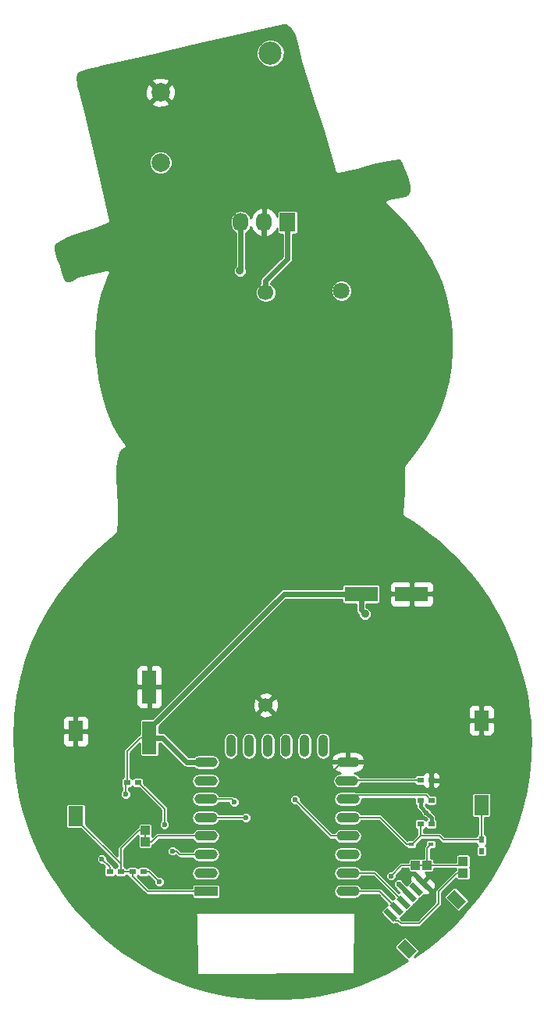
<source format=gbr>
G04 #@! TF.FileFunction,Copper,L2,Bot,Signal*
%FSLAX46Y46*%
G04 Gerber Fmt 4.6, Leading zero omitted, Abs format (unit mm)*
G04 Created by KiCad (PCBNEW 4.0.4-stable) date 12/07/16 00:33:37*
%MOMM*%
%LPD*%
G01*
G04 APERTURE LIST*
%ADD10C,0.100000*%
%ADD11C,1.700000*%
%ADD12C,1.524000*%
%ADD13C,2.000000*%
%ADD14R,1.600200X3.599180*%
%ADD15R,3.599180X1.600200*%
%ADD16R,0.700000X0.600000*%
%ADD17R,0.590000X0.450000*%
%ADD18R,1.000000X1.000000*%
%ADD19R,1.727200X2.032000*%
%ADD20O,1.727200X2.032000*%
%ADD21R,0.600000X0.700000*%
%ADD22R,1.600000X2.180000*%
%ADD23R,2.500000X1.100000*%
%ADD24O,2.500000X1.100000*%
%ADD25O,1.100000X2.400000*%
%ADD26C,1.800000*%
%ADD27C,2.500000*%
%ADD28C,0.600000*%
%ADD29C,0.890000*%
%ADD30C,0.200000*%
%ADD31C,0.600000*%
%ADD32C,0.400000*%
%ADD33C,0.254000*%
G04 APERTURE END LIST*
D10*
D11*
X204350000Y-110825000D03*
D12*
X204350000Y-155525000D03*
D13*
X192950000Y-89150000D03*
X192950000Y-96749680D03*
D14*
X191750000Y-159050820D03*
X191750000Y-153549180D03*
D15*
X214699180Y-143475000D03*
X220200820Y-143475000D03*
D16*
X191100000Y-173575000D03*
X189900000Y-173575000D03*
D17*
X222280000Y-170600000D03*
X220170000Y-170600000D03*
D18*
X225775000Y-172425000D03*
X225775000Y-173725000D03*
X220575000Y-172875000D03*
X221875000Y-172875000D03*
D19*
X206730000Y-103225000D03*
D20*
X204190000Y-103225000D03*
X201650000Y-103225000D03*
D10*
G36*
X221061872Y-173952074D02*
X222157888Y-175048090D01*
X221733624Y-175472354D01*
X220637608Y-174376338D01*
X221061872Y-173952074D01*
X221061872Y-173952074D01*
G37*
G36*
X220354765Y-174659180D02*
X221450781Y-175755196D01*
X221026517Y-176179460D01*
X219930501Y-175083444D01*
X220354765Y-174659180D01*
X220354765Y-174659180D01*
G37*
G36*
X219647658Y-175366287D02*
X220743674Y-176462303D01*
X220319410Y-176886567D01*
X219223394Y-175790551D01*
X219647658Y-175366287D01*
X219647658Y-175366287D01*
G37*
G36*
X218940551Y-176073394D02*
X220036567Y-177169410D01*
X219612303Y-177593674D01*
X218516287Y-176497658D01*
X218940551Y-176073394D01*
X218940551Y-176073394D01*
G37*
G36*
X218233444Y-176780501D02*
X219329460Y-177876517D01*
X218905196Y-178300781D01*
X217809180Y-177204765D01*
X218233444Y-176780501D01*
X218233444Y-176780501D01*
G37*
G36*
X217526338Y-177487608D02*
X218622354Y-178583624D01*
X218198090Y-179007888D01*
X217102074Y-177911872D01*
X217526338Y-177487608D01*
X217526338Y-177487608D01*
G37*
G36*
X224844893Y-175472354D02*
X226117685Y-176745146D01*
X225269157Y-177593674D01*
X223996365Y-176320882D01*
X224844893Y-175472354D01*
X224844893Y-175472354D01*
G37*
G36*
X219470882Y-180846365D02*
X220743674Y-182119157D01*
X219895146Y-182967685D01*
X218622354Y-181694893D01*
X219470882Y-180846365D01*
X219470882Y-180846365D01*
G37*
D16*
X189300000Y-163925000D03*
X190500000Y-163925000D03*
X221150000Y-165825000D03*
X222350000Y-165825000D03*
X221150000Y-163650000D03*
X222350000Y-163650000D03*
D21*
X227775000Y-171325000D03*
X227775000Y-170125000D03*
D16*
X187450000Y-173575000D03*
X188650000Y-173575000D03*
X222350000Y-168400000D03*
X221150000Y-168400000D03*
D22*
X227747680Y-157172570D03*
X227752320Y-166377430D03*
X183747680Y-158347570D03*
X183752320Y-167552430D03*
D23*
X197875000Y-175700000D03*
D24*
X197875000Y-173700000D03*
X197875000Y-171700000D03*
X197875000Y-169700000D03*
X197875000Y-167700000D03*
X197875000Y-165700000D03*
X197875000Y-163700000D03*
X197875000Y-161700000D03*
D25*
X200565000Y-159950000D03*
X202565000Y-159950000D03*
X204565000Y-159950000D03*
X206565000Y-159950000D03*
X208565000Y-159950000D03*
X210565000Y-159950000D03*
D24*
X213275000Y-161700000D03*
X213175000Y-163700000D03*
X213275000Y-165700000D03*
X213275000Y-167700000D03*
X213275000Y-169700000D03*
X213275000Y-171700000D03*
X213275000Y-173700000D03*
X213275000Y-175700000D03*
D18*
X191300000Y-170350000D03*
X191300000Y-169050000D03*
D26*
X212575000Y-110625000D03*
D27*
X204875000Y-84925000D03*
D28*
X207950000Y-145250000D03*
X210125000Y-155850000D03*
X210850000Y-163500000D03*
X222348591Y-175673591D03*
X220075000Y-141575000D03*
X220150000Y-145400000D03*
X223100000Y-143525000D03*
X204175000Y-100550000D03*
X204175000Y-106050000D03*
X222425000Y-162350000D03*
X216250000Y-161625000D03*
X191725000Y-150625000D03*
X189900000Y-153500000D03*
X181425000Y-158425000D03*
X229550000Y-157175000D03*
X221800000Y-167175000D03*
X218775000Y-174925000D03*
D29*
X215125000Y-145650000D03*
X201575000Y-108475000D03*
D28*
X189150000Y-165150000D03*
X186575000Y-172175000D03*
X192800000Y-174650000D03*
X217950000Y-174025000D03*
X202200000Y-167700000D03*
X207550000Y-165775000D03*
X194250000Y-171325000D03*
X193375000Y-168475000D03*
X200950000Y-166000000D03*
D30*
X212575000Y-161700000D02*
X212575000Y-161775000D01*
X212575000Y-161775000D02*
X210850000Y-163500000D01*
X221397748Y-174712214D02*
X221397748Y-174722748D01*
X221397748Y-174722748D02*
X222348591Y-175673591D01*
X220200820Y-143475000D02*
X220200820Y-141700820D01*
X220200820Y-141700820D02*
X220075000Y-141575000D01*
X220200820Y-143475000D02*
X220200820Y-145349180D01*
X220200820Y-145349180D02*
X220150000Y-145400000D01*
X220200820Y-143475000D02*
X223050000Y-143475000D01*
X223050000Y-143475000D02*
X223100000Y-143525000D01*
D31*
X204190000Y-103225000D02*
X204190000Y-106035000D01*
X204190000Y-106035000D02*
X204175000Y-106050000D01*
D32*
X222350000Y-163650000D02*
X222350000Y-162425000D01*
X222350000Y-162425000D02*
X222425000Y-162350000D01*
X212575000Y-161700000D02*
X216175000Y-161700000D01*
X216175000Y-161700000D02*
X216250000Y-161625000D01*
X191750000Y-153549180D02*
X191750000Y-150650000D01*
X191750000Y-150650000D02*
X191725000Y-150625000D01*
X191750000Y-153549180D02*
X189949180Y-153549180D01*
X189949180Y-153549180D02*
X189900000Y-153500000D01*
X183747680Y-158347570D02*
X181502430Y-158347570D01*
X181502430Y-158347570D02*
X181425000Y-158425000D01*
X227747680Y-157172570D02*
X229547570Y-157172570D01*
X229547570Y-157172570D02*
X229550000Y-157175000D01*
X221150000Y-166525000D02*
X221800000Y-167175000D01*
X221800000Y-167175000D02*
X222325000Y-167700000D01*
D31*
X219983534Y-176126427D02*
X219976427Y-176126427D01*
X219976427Y-176126427D02*
X218775000Y-174925000D01*
X214699180Y-143475000D02*
X206326330Y-143475000D01*
X206326330Y-143475000D02*
X191750000Y-158051330D01*
X191750000Y-158051330D02*
X191750000Y-159050820D01*
X214699180Y-143475000D02*
X214699180Y-145224180D01*
X214699180Y-145224180D02*
X215125000Y-145650000D01*
X201650000Y-103225000D02*
X201650000Y-108400000D01*
X201650000Y-108400000D02*
X201575000Y-108475000D01*
D32*
X221150000Y-165825000D02*
X221150000Y-166525000D01*
X222325000Y-167700000D02*
X222350000Y-167700000D01*
X222350000Y-167700000D02*
X222350000Y-168400000D01*
D31*
X191750000Y-159050820D02*
X193150100Y-159050820D01*
X193150100Y-159050820D02*
X195799280Y-161700000D01*
X195799280Y-161700000D02*
X198575000Y-161700000D01*
D30*
X189300000Y-163925000D02*
X189300000Y-160500720D01*
X189300000Y-160500720D02*
X190749900Y-159050820D01*
X190749900Y-159050820D02*
X191750000Y-159050820D01*
X189150000Y-165150000D02*
X189150000Y-164075000D01*
X189150000Y-164075000D02*
X189300000Y-163925000D01*
X187450000Y-173575000D02*
X187450000Y-173050000D01*
X187450000Y-173050000D02*
X186575000Y-172175000D01*
D31*
X204350000Y-110825000D02*
X204350000Y-109550000D01*
X204350000Y-109550000D02*
X206730000Y-107170000D01*
X206730000Y-107170000D02*
X206730000Y-103225000D01*
D30*
X217862214Y-178247748D02*
X218480932Y-178866466D01*
X218480932Y-178866466D02*
X218741466Y-178866466D01*
X218741466Y-178866466D02*
X219025000Y-179150000D01*
X219025000Y-179150000D02*
X221000000Y-179150000D01*
X221000000Y-179150000D02*
X223100000Y-177050000D01*
X223100000Y-177050000D02*
X223100000Y-175700000D01*
X223100000Y-175700000D02*
X225075000Y-173725000D01*
X225075000Y-173725000D02*
X225775000Y-173725000D01*
X221875000Y-172875000D02*
X225325000Y-172875000D01*
X225325000Y-172875000D02*
X225775000Y-172425000D01*
X221875000Y-172875000D02*
X221875000Y-171005000D01*
X221875000Y-171005000D02*
X222280000Y-170600000D01*
X220575000Y-172875000D02*
X221875000Y-172875000D01*
X192800000Y-174650000D02*
X191725000Y-173575000D01*
X191725000Y-173575000D02*
X191100000Y-173575000D01*
X220575000Y-172875000D02*
X219100000Y-172875000D01*
X219100000Y-172875000D02*
X217950000Y-174025000D01*
X223625000Y-170125000D02*
X223190000Y-169690000D01*
X223190000Y-169690000D02*
X221150000Y-169690000D01*
X227775000Y-170125000D02*
X223625000Y-170125000D01*
X227752320Y-166377430D02*
X227752320Y-170102320D01*
X227752320Y-170102320D02*
X227775000Y-170125000D01*
X212575000Y-167700000D02*
X216775000Y-167700000D01*
X216775000Y-167700000D02*
X219675000Y-170600000D01*
X219675000Y-170600000D02*
X220170000Y-170600000D01*
X221150000Y-168400000D02*
X221150000Y-169690000D01*
X221150000Y-169690000D02*
X220240000Y-170600000D01*
X220240000Y-170600000D02*
X220170000Y-170600000D01*
X191300000Y-170350000D02*
X191300000Y-169050000D01*
X188650000Y-172740110D02*
X188650000Y-171000000D01*
X188650000Y-171000000D02*
X190600000Y-169050000D01*
X190600000Y-169050000D02*
X191300000Y-169050000D01*
X189900000Y-173575000D02*
X189900000Y-174075000D01*
X189900000Y-174075000D02*
X191525000Y-175700000D01*
X191525000Y-175700000D02*
X198575000Y-175700000D01*
X188650000Y-173575000D02*
X189900000Y-173575000D01*
X183752320Y-167552430D02*
X183752320Y-167842430D01*
X183752320Y-167842430D02*
X188650000Y-172740110D01*
X188650000Y-172740110D02*
X188650000Y-173075000D01*
X188650000Y-173075000D02*
X188650000Y-173575000D01*
X191300000Y-170350000D02*
X192000000Y-170350000D01*
X192000000Y-170350000D02*
X192650000Y-169700000D01*
X192650000Y-169700000D02*
X198575000Y-169700000D01*
X198575000Y-167700000D02*
X202200000Y-167700000D01*
X212575000Y-169700000D02*
X211475000Y-169700000D01*
X211475000Y-169700000D02*
X207550000Y-165775000D01*
X212575000Y-173700000D02*
X216142893Y-173700000D01*
X216142893Y-173700000D02*
X219276427Y-176833534D01*
X212575000Y-175700000D02*
X216728679Y-175700000D01*
X216728679Y-175700000D02*
X218569320Y-177540641D01*
X194250000Y-171325000D02*
X194674264Y-171325000D01*
X194674264Y-171325000D02*
X195049264Y-171700000D01*
X195049264Y-171700000D02*
X198575000Y-171700000D01*
X190500000Y-163925000D02*
X190550000Y-163925000D01*
X190550000Y-163925000D02*
X193375000Y-166750000D01*
X193375000Y-166750000D02*
X193375000Y-168475000D01*
X212575000Y-165700000D02*
X213000001Y-165274999D01*
X213000001Y-165274999D02*
X221749999Y-165274999D01*
X221749999Y-165274999D02*
X222300000Y-165825000D01*
X222300000Y-165825000D02*
X222350000Y-165825000D01*
X200950000Y-166000000D02*
X200650000Y-165700000D01*
X200650000Y-165700000D02*
X198575000Y-165700000D01*
X212575000Y-163700000D02*
X212625000Y-163650000D01*
X212625000Y-163650000D02*
X221150000Y-163650000D01*
D33*
G36*
X206532777Y-81886305D02*
X206635271Y-81916571D01*
X206884000Y-82081116D01*
X207143154Y-82409299D01*
X207421352Y-82989317D01*
X207709689Y-83909887D01*
X208046299Y-85323002D01*
X208048325Y-85327418D01*
X208048649Y-85332263D01*
X208153995Y-85723437D01*
X208157084Y-85729682D01*
X208157840Y-85736608D01*
X209608249Y-90343205D01*
X209608599Y-90343843D01*
X209608681Y-90344568D01*
X210556018Y-93308088D01*
X211462086Y-96280293D01*
X211880417Y-97750580D01*
X211906832Y-97802129D01*
X211931342Y-97854609D01*
X211935829Y-97858716D01*
X211938603Y-97864129D01*
X211982726Y-97901637D01*
X212025462Y-97940751D01*
X212031181Y-97942829D01*
X212035814Y-97946767D01*
X212090925Y-97964533D01*
X212145383Y-97984317D01*
X212151461Y-97984048D01*
X212157250Y-97985914D01*
X212214981Y-97981236D01*
X212272847Y-97978675D01*
X214279241Y-97486442D01*
X214281499Y-97485387D01*
X214283987Y-97485240D01*
X215923035Y-97057016D01*
X217601878Y-96681186D01*
X218815641Y-96491759D01*
X218961096Y-96702955D01*
X219431681Y-97676310D01*
X219647608Y-98255716D01*
X219815944Y-98843049D01*
X219894004Y-99261388D01*
X219916951Y-99628567D01*
X219897636Y-99831436D01*
X219851386Y-99986282D01*
X219795248Y-100083780D01*
X219730558Y-100154447D01*
X219479457Y-100302197D01*
X219021404Y-100419972D01*
X218072714Y-100568272D01*
X218050682Y-100576350D01*
X218027333Y-100578722D01*
X217517842Y-100734987D01*
X217498596Y-100745351D01*
X217477332Y-100750417D01*
X217442916Y-100775332D01*
X217405504Y-100795477D01*
X217391688Y-100812417D01*
X217373983Y-100825235D01*
X217351719Y-100861427D01*
X217324866Y-100894354D01*
X217318586Y-100915289D01*
X217307132Y-100933908D01*
X217300414Y-100975863D01*
X217288204Y-101016563D01*
X217290414Y-101038312D01*
X217286958Y-101059893D01*
X217296806Y-101101223D01*
X217301101Y-101143498D01*
X217311465Y-101162744D01*
X217316531Y-101184008D01*
X217341446Y-101218424D01*
X217361591Y-101255836D01*
X217378531Y-101269652D01*
X217391349Y-101287357D01*
X218162812Y-102002938D01*
X218917262Y-102763655D01*
X219578418Y-103489888D01*
X220219368Y-104258419D01*
X220785886Y-105002332D01*
X221327314Y-105783653D01*
X221806409Y-106547061D01*
X222257198Y-107344490D01*
X222654071Y-108129432D01*
X223020286Y-108946028D01*
X223338596Y-109755039D01*
X223624301Y-110593972D01*
X223866238Y-111430043D01*
X224073762Y-112294921D01*
X224240141Y-113161465D01*
X224370117Y-114054801D01*
X224483823Y-115289881D01*
X224518152Y-117079305D01*
X224399171Y-118785392D01*
X224133021Y-120423387D01*
X223722405Y-122006813D01*
X223166198Y-123549641D01*
X222458951Y-125066969D01*
X221589850Y-126576351D01*
X220539895Y-128101535D01*
X219389825Y-129546072D01*
X219369922Y-129584675D01*
X219345297Y-129620449D01*
X219340936Y-129640893D01*
X219331356Y-129659474D01*
X219327741Y-129702753D01*
X219318680Y-129745230D01*
X219283018Y-132327555D01*
X219149958Y-134812216D01*
X219156226Y-134855796D01*
X219157095Y-134899818D01*
X219165231Y-134918413D01*
X219168121Y-134938505D01*
X219190591Y-134976372D01*
X219208240Y-135016708D01*
X219222873Y-135030775D01*
X219233232Y-135048231D01*
X219268480Y-135074615D01*
X219300223Y-135105128D01*
X220288849Y-135737832D01*
X221242028Y-136396247D01*
X222135997Y-137062454D01*
X223000177Y-137757082D01*
X223812681Y-138461502D01*
X224596139Y-139194261D01*
X225334123Y-139939212D01*
X226043593Y-140712612D01*
X226712644Y-141501036D01*
X227353446Y-142318233D01*
X227957942Y-143153819D01*
X228534127Y-144018632D01*
X229077134Y-144905606D01*
X229591635Y-145822569D01*
X230075148Y-146765867D01*
X230528423Y-147737377D01*
X231349627Y-149782438D01*
X232052679Y-151966455D01*
X232114577Y-152186565D01*
X232368402Y-153176624D01*
X232586452Y-154195565D01*
X232760522Y-155204124D01*
X232898482Y-156246277D01*
X232996201Y-157294262D01*
X233056166Y-158378210D01*
X233076577Y-159481350D01*
X233056972Y-160624761D01*
X233035207Y-161139793D01*
X232854361Y-163216142D01*
X232526135Y-165213751D01*
X232052885Y-167146729D01*
X231435193Y-169024178D01*
X230671329Y-170855136D01*
X229757101Y-172648633D01*
X228685526Y-174414080D01*
X227446375Y-176161870D01*
X226022351Y-177907719D01*
X225753440Y-178213235D01*
X225053739Y-178969451D01*
X224322018Y-179701549D01*
X223561942Y-180405753D01*
X222770198Y-181084793D01*
X221954792Y-181731616D01*
X221109733Y-182350800D01*
X220498783Y-182763458D01*
X220943379Y-182318862D01*
X221002306Y-182232620D01*
X221026073Y-182123059D01*
X221005342Y-182012882D01*
X220943379Y-181919452D01*
X219670587Y-180646660D01*
X219584345Y-180587733D01*
X219474784Y-180563966D01*
X219364607Y-180584697D01*
X219271177Y-180646660D01*
X218422649Y-181495188D01*
X218363722Y-181581430D01*
X218339955Y-181690991D01*
X218360686Y-181801168D01*
X218422649Y-181894598D01*
X219695441Y-183167390D01*
X219778842Y-183224376D01*
X219353905Y-183488309D01*
X218447452Y-184004282D01*
X217515447Y-184488485D01*
X216572550Y-184933307D01*
X215606100Y-185344703D01*
X214631974Y-185715890D01*
X213636247Y-186052156D01*
X212635404Y-186347915D01*
X211616164Y-186607108D01*
X210108526Y-186915600D01*
X208255729Y-187163043D01*
X206078161Y-187294870D01*
X203738495Y-187278511D01*
X202595793Y-187211722D01*
X201480861Y-187105551D01*
X200144274Y-186915982D01*
X198108230Y-186488606D01*
X196122968Y-185912725D01*
X194191245Y-185190050D01*
X192318163Y-184322703D01*
X190510059Y-183313346D01*
X188774408Y-182165370D01*
X187119750Y-180883329D01*
X185554647Y-179472331D01*
X184410334Y-178295283D01*
X184275585Y-178142824D01*
X196724257Y-178142824D01*
X196741098Y-178190341D01*
X196798278Y-178285641D01*
X196848004Y-184576004D01*
X196856823Y-184621509D01*
X196884228Y-184663823D01*
X196925937Y-184692140D01*
X196975376Y-184701999D01*
X213850376Y-184651999D01*
X213895241Y-184643669D01*
X213937845Y-184616718D01*
X213966608Y-184575316D01*
X213976996Y-184525984D01*
X214026996Y-178075984D01*
X214018179Y-178028494D01*
X213990775Y-177986180D01*
X213949067Y-177957861D01*
X213899628Y-177948001D01*
X196849628Y-177998001D01*
X196787693Y-178014335D01*
X196749547Y-178047295D01*
X196727229Y-178092499D01*
X196724257Y-178142824D01*
X184275585Y-178142824D01*
X183709679Y-177502543D01*
X183032205Y-176675198D01*
X182390327Y-175828150D01*
X181775767Y-174950243D01*
X181200507Y-174058632D01*
X180655159Y-173138694D01*
X180151385Y-172210260D01*
X179679724Y-171256017D01*
X179250689Y-170297487D01*
X178855637Y-169315603D01*
X178503397Y-168332629D01*
X178186654Y-167328493D01*
X177949806Y-166462430D01*
X182669894Y-166462430D01*
X182669894Y-168642430D01*
X182689209Y-168745080D01*
X182749875Y-168839357D01*
X182842440Y-168902605D01*
X182952320Y-168924856D01*
X184301588Y-168924856D01*
X188273000Y-172896269D01*
X188273000Y-172997654D01*
X188197350Y-173011889D01*
X188103073Y-173072555D01*
X188049421Y-173151076D01*
X188002445Y-173078073D01*
X187909880Y-173014825D01*
X187816231Y-172995861D01*
X187798303Y-172905728D01*
X187716579Y-172783421D01*
X187151962Y-172218804D01*
X187152100Y-172060731D01*
X187064442Y-171848583D01*
X186902271Y-171686129D01*
X186690276Y-171598100D01*
X186460731Y-171597900D01*
X186248583Y-171685558D01*
X186086129Y-171847729D01*
X185998100Y-172059724D01*
X185997900Y-172289269D01*
X186085558Y-172501417D01*
X186247729Y-172663871D01*
X186459724Y-172751900D01*
X186618881Y-172752039D01*
X186925175Y-173058333D01*
X186903073Y-173072555D01*
X186839825Y-173165120D01*
X186817574Y-173275000D01*
X186817574Y-173875000D01*
X186836889Y-173977650D01*
X186897555Y-174071927D01*
X186990120Y-174135175D01*
X187100000Y-174157426D01*
X187800000Y-174157426D01*
X187902650Y-174138111D01*
X187996927Y-174077445D01*
X188050579Y-173998924D01*
X188097555Y-174071927D01*
X188190120Y-174135175D01*
X188300000Y-174157426D01*
X189000000Y-174157426D01*
X189102650Y-174138111D01*
X189196927Y-174077445D01*
X189260175Y-173984880D01*
X189266833Y-173952000D01*
X189282063Y-173952000D01*
X189286889Y-173977650D01*
X189347555Y-174071927D01*
X189440120Y-174135175D01*
X189538950Y-174155188D01*
X189551697Y-174219272D01*
X189633421Y-174341579D01*
X191258421Y-175966579D01*
X191380728Y-176048303D01*
X191525000Y-176077000D01*
X196342574Y-176077000D01*
X196342574Y-176250000D01*
X196361889Y-176352650D01*
X196422555Y-176446927D01*
X196515120Y-176510175D01*
X196625000Y-176532426D01*
X199125000Y-176532426D01*
X199227650Y-176513111D01*
X199321927Y-176452445D01*
X199385175Y-176359880D01*
X199407426Y-176250000D01*
X199407426Y-175150000D01*
X199388111Y-175047350D01*
X199327445Y-174953073D01*
X199234880Y-174889825D01*
X199125000Y-174867574D01*
X196625000Y-174867574D01*
X196522350Y-174886889D01*
X196428073Y-174947555D01*
X196364825Y-175040120D01*
X196342574Y-175150000D01*
X196342574Y-175323000D01*
X191681158Y-175323000D01*
X190440037Y-174081879D01*
X190446927Y-174077445D01*
X190500579Y-173998924D01*
X190547555Y-174071927D01*
X190640120Y-174135175D01*
X190750000Y-174157426D01*
X191450000Y-174157426D01*
X191552650Y-174138111D01*
X191646927Y-174077445D01*
X191666151Y-174049310D01*
X192223038Y-174606196D01*
X192222900Y-174764269D01*
X192310558Y-174976417D01*
X192472729Y-175138871D01*
X192684724Y-175226900D01*
X192914269Y-175227100D01*
X193126417Y-175139442D01*
X193288871Y-174977271D01*
X193376900Y-174765276D01*
X193377100Y-174535731D01*
X193289442Y-174323583D01*
X193127271Y-174161129D01*
X192915276Y-174073100D01*
X192756120Y-174072961D01*
X192383159Y-173700000D01*
X196318084Y-173700000D01*
X196381036Y-174016479D01*
X196560307Y-174284777D01*
X196828605Y-174464048D01*
X197145084Y-174527000D01*
X198604916Y-174527000D01*
X198921395Y-174464048D01*
X199189693Y-174284777D01*
X199368964Y-174016479D01*
X199431916Y-173700000D01*
X211718084Y-173700000D01*
X211781036Y-174016479D01*
X211960307Y-174284777D01*
X212228605Y-174464048D01*
X212545084Y-174527000D01*
X214004916Y-174527000D01*
X214321395Y-174464048D01*
X214589693Y-174284777D01*
X214728525Y-174077000D01*
X215986735Y-174077000D01*
X218272380Y-176362645D01*
X218257655Y-176384195D01*
X218233888Y-176493756D01*
X218234796Y-176498582D01*
X218127169Y-176518833D01*
X218099212Y-176537374D01*
X216995258Y-175433421D01*
X216872951Y-175351697D01*
X216728679Y-175323000D01*
X214728525Y-175323000D01*
X214589693Y-175115223D01*
X214321395Y-174935952D01*
X214004916Y-174873000D01*
X212545084Y-174873000D01*
X212228605Y-174935952D01*
X211960307Y-175115223D01*
X211781036Y-175383521D01*
X211718084Y-175700000D01*
X211781036Y-176016479D01*
X211960307Y-176284777D01*
X212228605Y-176464048D01*
X212545084Y-176527000D01*
X214004916Y-176527000D01*
X214321395Y-176464048D01*
X214589693Y-176284777D01*
X214728525Y-176077000D01*
X216572521Y-176077000D01*
X217565273Y-177069752D01*
X217550548Y-177091302D01*
X217526781Y-177200863D01*
X217527689Y-177205689D01*
X217420063Y-177225940D01*
X217326633Y-177287903D01*
X216902369Y-177712167D01*
X216843442Y-177798409D01*
X216819675Y-177907970D01*
X216840406Y-178018147D01*
X216902369Y-178111577D01*
X217998385Y-179207593D01*
X218084627Y-179266520D01*
X218194188Y-179290287D01*
X218304365Y-179269556D01*
X218375366Y-179222468D01*
X218480932Y-179243466D01*
X218585308Y-179243466D01*
X218758421Y-179416580D01*
X218831076Y-179465126D01*
X218880728Y-179498303D01*
X219025000Y-179527000D01*
X221000000Y-179527000D01*
X221144272Y-179498303D01*
X221266579Y-179416579D01*
X223366579Y-177316580D01*
X223448303Y-177194272D01*
X223452472Y-177173312D01*
X223477000Y-177050000D01*
X223477000Y-176316980D01*
X223713966Y-176316980D01*
X223734697Y-176427157D01*
X223796660Y-176520587D01*
X225069452Y-177793379D01*
X225155694Y-177852306D01*
X225265255Y-177876073D01*
X225375432Y-177855342D01*
X225468862Y-177793379D01*
X226317390Y-176944851D01*
X226376317Y-176858609D01*
X226400084Y-176749048D01*
X226379353Y-176638871D01*
X226317390Y-176545441D01*
X225044598Y-175272649D01*
X224958356Y-175213722D01*
X224848795Y-175189955D01*
X224738618Y-175210686D01*
X224645188Y-175272649D01*
X223796660Y-176121177D01*
X223737733Y-176207419D01*
X223713966Y-176316980D01*
X223477000Y-176316980D01*
X223477000Y-175856158D01*
X225010878Y-174322280D01*
X225011889Y-174327650D01*
X225072555Y-174421927D01*
X225165120Y-174485175D01*
X225275000Y-174507426D01*
X226275000Y-174507426D01*
X226377650Y-174488111D01*
X226471927Y-174427445D01*
X226535175Y-174334880D01*
X226557426Y-174225000D01*
X226557426Y-173225000D01*
X226538111Y-173122350D01*
X226507700Y-173075090D01*
X226535175Y-173034880D01*
X226557426Y-172925000D01*
X226557426Y-171925000D01*
X226538111Y-171822350D01*
X226477445Y-171728073D01*
X226384880Y-171664825D01*
X226275000Y-171642574D01*
X225275000Y-171642574D01*
X225172350Y-171661889D01*
X225078073Y-171722555D01*
X225014825Y-171815120D01*
X224992574Y-171925000D01*
X224992574Y-172498000D01*
X222657426Y-172498000D01*
X222657426Y-172375000D01*
X222638111Y-172272350D01*
X222577445Y-172178073D01*
X222484880Y-172114825D01*
X222375000Y-172092574D01*
X222252000Y-172092574D01*
X222252000Y-171161158D01*
X222305732Y-171107426D01*
X222575000Y-171107426D01*
X222677650Y-171088111D01*
X222771927Y-171027445D01*
X222835175Y-170934880D01*
X222857426Y-170825000D01*
X222857426Y-170375000D01*
X222838111Y-170272350D01*
X222777445Y-170178073D01*
X222684880Y-170114825D01*
X222575000Y-170092574D01*
X221985000Y-170092574D01*
X221882350Y-170111889D01*
X221788073Y-170172555D01*
X221724825Y-170265120D01*
X221702574Y-170375000D01*
X221702574Y-170644268D01*
X221608421Y-170738421D01*
X221526697Y-170860728D01*
X221498000Y-171005000D01*
X221498000Y-172092574D01*
X221375000Y-172092574D01*
X221272350Y-172111889D01*
X221225090Y-172142300D01*
X221184880Y-172114825D01*
X221075000Y-172092574D01*
X220075000Y-172092574D01*
X219972350Y-172111889D01*
X219878073Y-172172555D01*
X219814825Y-172265120D01*
X219792574Y-172375000D01*
X219792574Y-172498000D01*
X219100000Y-172498000D01*
X218955728Y-172526697D01*
X218929511Y-172544215D01*
X218833421Y-172608420D01*
X217993804Y-173448038D01*
X217835731Y-173447900D01*
X217623583Y-173535558D01*
X217461129Y-173697729D01*
X217373100Y-173909724D01*
X217372900Y-174139269D01*
X217460558Y-174351417D01*
X217622729Y-174513871D01*
X217834724Y-174601900D01*
X218064269Y-174602100D01*
X218276417Y-174514442D01*
X218438871Y-174352271D01*
X218526900Y-174140276D01*
X218527039Y-173981120D01*
X219256159Y-173252000D01*
X219792574Y-173252000D01*
X219792574Y-173375000D01*
X219811889Y-173477650D01*
X219872555Y-173571927D01*
X219965120Y-173635175D01*
X220075000Y-173657426D01*
X220602783Y-173657426D01*
X220602783Y-173737644D01*
X221397748Y-174532609D01*
X221856837Y-174073520D01*
X221856837Y-173849013D01*
X221665250Y-173657426D01*
X222375000Y-173657426D01*
X222477650Y-173638111D01*
X222571927Y-173577445D01*
X222635175Y-173484880D01*
X222657426Y-173375000D01*
X222657426Y-173252000D01*
X224992574Y-173252000D01*
X224992574Y-173364395D01*
X224930728Y-173376697D01*
X224808421Y-173458421D01*
X222833421Y-175433421D01*
X222751697Y-175555728D01*
X222723000Y-175700000D01*
X222723000Y-176893841D01*
X220843842Y-178773000D01*
X219181159Y-178773000D01*
X219008045Y-178599887D01*
X218965080Y-178571178D01*
X219011471Y-178562449D01*
X219104901Y-178500486D01*
X219529165Y-178076222D01*
X219588092Y-177989980D01*
X219611859Y-177880419D01*
X219610951Y-177875593D01*
X219718578Y-177855342D01*
X219812008Y-177793379D01*
X220236272Y-177369115D01*
X220295199Y-177282873D01*
X220318966Y-177173312D01*
X220318058Y-177168486D01*
X220425685Y-177148235D01*
X220519115Y-177086272D01*
X220943379Y-176662008D01*
X221002306Y-176575766D01*
X221026073Y-176466205D01*
X221025165Y-176461379D01*
X221132792Y-176441128D01*
X221226222Y-176379165D01*
X221530041Y-176075346D01*
X221607315Y-176107354D01*
X221859933Y-176107353D01*
X222093323Y-176010681D01*
X222192713Y-175911290D01*
X222192713Y-175686784D01*
X221397748Y-174891819D01*
X221383606Y-174905962D01*
X221204001Y-174726357D01*
X221218143Y-174712214D01*
X221577353Y-174712214D01*
X222372318Y-175507179D01*
X222596824Y-175507179D01*
X222696215Y-175407789D01*
X222792887Y-175174399D01*
X222792888Y-174921781D01*
X222696215Y-174688392D01*
X222517587Y-174509763D01*
X222260949Y-174253125D01*
X222036442Y-174253125D01*
X221577353Y-174712214D01*
X221218143Y-174712214D01*
X220423178Y-173917249D01*
X220198672Y-173917249D01*
X220099281Y-174016639D01*
X220002609Y-174250029D01*
X220002608Y-174502647D01*
X220034615Y-174579920D01*
X219730796Y-174883739D01*
X219671869Y-174969981D01*
X219665472Y-174999470D01*
X219183001Y-174516999D01*
X219182998Y-174516997D01*
X219102271Y-174436129D01*
X218890276Y-174348100D01*
X218775003Y-174348000D01*
X218775000Y-174347999D01*
X218774997Y-174348000D01*
X218660731Y-174347900D01*
X218448583Y-174435558D01*
X218367002Y-174516997D01*
X218366999Y-174516999D01*
X218366997Y-174517002D01*
X218286129Y-174597729D01*
X218198100Y-174809724D01*
X218198000Y-174924997D01*
X218197999Y-174925000D01*
X218198000Y-174925003D01*
X218197900Y-175039269D01*
X218285558Y-175251417D01*
X218366997Y-175332998D01*
X218366999Y-175333001D01*
X218367503Y-175333505D01*
X218447729Y-175413871D01*
X218447969Y-175413970D01*
X218843911Y-175809913D01*
X218834276Y-175811726D01*
X218806318Y-175830267D01*
X216409472Y-173433421D01*
X216287165Y-173351697D01*
X216142893Y-173323000D01*
X214728525Y-173323000D01*
X214589693Y-173115223D01*
X214321395Y-172935952D01*
X214004916Y-172873000D01*
X212545084Y-172873000D01*
X212228605Y-172935952D01*
X211960307Y-173115223D01*
X211781036Y-173383521D01*
X211718084Y-173700000D01*
X199431916Y-173700000D01*
X199368964Y-173383521D01*
X199189693Y-173115223D01*
X198921395Y-172935952D01*
X198604916Y-172873000D01*
X197145084Y-172873000D01*
X196828605Y-172935952D01*
X196560307Y-173115223D01*
X196381036Y-173383521D01*
X196318084Y-173700000D01*
X192383159Y-173700000D01*
X191991579Y-173308421D01*
X191869272Y-173226697D01*
X191725000Y-173198000D01*
X191717937Y-173198000D01*
X191713111Y-173172350D01*
X191652445Y-173078073D01*
X191559880Y-173014825D01*
X191450000Y-172992574D01*
X190750000Y-172992574D01*
X190647350Y-173011889D01*
X190553073Y-173072555D01*
X190499421Y-173151076D01*
X190452445Y-173078073D01*
X190359880Y-173014825D01*
X190250000Y-172992574D01*
X189550000Y-172992574D01*
X189447350Y-173011889D01*
X189353073Y-173072555D01*
X189289825Y-173165120D01*
X189283167Y-173198000D01*
X189267937Y-173198000D01*
X189263111Y-173172350D01*
X189202445Y-173078073D01*
X189109880Y-173014825D01*
X189027000Y-172998042D01*
X189027000Y-171439269D01*
X193672900Y-171439269D01*
X193760558Y-171651417D01*
X193922729Y-171813871D01*
X194134724Y-171901900D01*
X194364269Y-171902100D01*
X194576417Y-171814442D01*
X194603506Y-171787400D01*
X194782685Y-171966579D01*
X194904992Y-172048303D01*
X195049264Y-172077000D01*
X196421475Y-172077000D01*
X196560307Y-172284777D01*
X196828605Y-172464048D01*
X197145084Y-172527000D01*
X198604916Y-172527000D01*
X198921395Y-172464048D01*
X199189693Y-172284777D01*
X199368964Y-172016479D01*
X199431916Y-171700000D01*
X211718084Y-171700000D01*
X211781036Y-172016479D01*
X211960307Y-172284777D01*
X212228605Y-172464048D01*
X212545084Y-172527000D01*
X214004916Y-172527000D01*
X214321395Y-172464048D01*
X214589693Y-172284777D01*
X214768964Y-172016479D01*
X214831916Y-171700000D01*
X214768964Y-171383521D01*
X214589693Y-171115223D01*
X214321395Y-170935952D01*
X214004916Y-170873000D01*
X212545084Y-170873000D01*
X212228605Y-170935952D01*
X211960307Y-171115223D01*
X211781036Y-171383521D01*
X211718084Y-171700000D01*
X199431916Y-171700000D01*
X199368964Y-171383521D01*
X199189693Y-171115223D01*
X198921395Y-170935952D01*
X198604916Y-170873000D01*
X197145084Y-170873000D01*
X196828605Y-170935952D01*
X196560307Y-171115223D01*
X196421475Y-171323000D01*
X195205422Y-171323000D01*
X194940843Y-171058421D01*
X194818536Y-170976697D01*
X194692585Y-170951644D01*
X194577271Y-170836129D01*
X194365276Y-170748100D01*
X194135731Y-170747900D01*
X193923583Y-170835558D01*
X193761129Y-170997729D01*
X193673100Y-171209724D01*
X193672900Y-171439269D01*
X189027000Y-171439269D01*
X189027000Y-171156158D01*
X190535879Y-169647280D01*
X190536889Y-169652650D01*
X190567300Y-169699910D01*
X190539825Y-169740120D01*
X190517574Y-169850000D01*
X190517574Y-170850000D01*
X190536889Y-170952650D01*
X190597555Y-171046927D01*
X190690120Y-171110175D01*
X190800000Y-171132426D01*
X191800000Y-171132426D01*
X191902650Y-171113111D01*
X191996927Y-171052445D01*
X192060175Y-170959880D01*
X192082426Y-170850000D01*
X192082426Y-170710605D01*
X192144272Y-170698303D01*
X192266579Y-170616579D01*
X192806158Y-170077000D01*
X196421475Y-170077000D01*
X196560307Y-170284777D01*
X196828605Y-170464048D01*
X197145084Y-170527000D01*
X198604916Y-170527000D01*
X198921395Y-170464048D01*
X199189693Y-170284777D01*
X199368964Y-170016479D01*
X199431916Y-169700000D01*
X199368964Y-169383521D01*
X199189693Y-169115223D01*
X198921395Y-168935952D01*
X198604916Y-168873000D01*
X197145084Y-168873000D01*
X196828605Y-168935952D01*
X196560307Y-169115223D01*
X196421475Y-169323000D01*
X192650000Y-169323000D01*
X192505728Y-169351697D01*
X192383421Y-169433421D01*
X192064122Y-169752720D01*
X192063111Y-169747350D01*
X192032700Y-169700090D01*
X192060175Y-169659880D01*
X192082426Y-169550000D01*
X192082426Y-168550000D01*
X192063111Y-168447350D01*
X192002445Y-168353073D01*
X191909880Y-168289825D01*
X191800000Y-168267574D01*
X190800000Y-168267574D01*
X190697350Y-168286889D01*
X190603073Y-168347555D01*
X190539825Y-168440120D01*
X190517574Y-168550000D01*
X190517574Y-168689395D01*
X190464260Y-168700000D01*
X190455728Y-168701697D01*
X190333420Y-168783421D01*
X188383421Y-170733421D01*
X188301697Y-170855728D01*
X188273000Y-171000000D01*
X188273000Y-171829951D01*
X184834746Y-168391698D01*
X184834746Y-166462430D01*
X184815431Y-166359780D01*
X184754765Y-166265503D01*
X184662200Y-166202255D01*
X184552320Y-166180004D01*
X182952320Y-166180004D01*
X182849670Y-166199319D01*
X182755393Y-166259985D01*
X182692145Y-166352550D01*
X182669894Y-166462430D01*
X177949806Y-166462430D01*
X177912398Y-166325646D01*
X177674936Y-165303608D01*
X177667386Y-165264269D01*
X188572900Y-165264269D01*
X188660558Y-165476417D01*
X188822729Y-165638871D01*
X189034724Y-165726900D01*
X189264269Y-165727100D01*
X189476417Y-165639442D01*
X189638871Y-165477271D01*
X189726900Y-165265276D01*
X189727100Y-165035731D01*
X189639442Y-164823583D01*
X189527000Y-164710945D01*
X189527000Y-164507426D01*
X189650000Y-164507426D01*
X189752650Y-164488111D01*
X189846927Y-164427445D01*
X189900579Y-164348924D01*
X189947555Y-164421927D01*
X190040120Y-164485175D01*
X190150000Y-164507426D01*
X190599268Y-164507426D01*
X192998000Y-166906158D01*
X192998000Y-168036053D01*
X192886129Y-168147729D01*
X192798100Y-168359724D01*
X192797900Y-168589269D01*
X192885558Y-168801417D01*
X193047729Y-168963871D01*
X193259724Y-169051900D01*
X193489269Y-169052100D01*
X193701417Y-168964442D01*
X193863871Y-168802271D01*
X193951900Y-168590276D01*
X193952100Y-168360731D01*
X193864442Y-168148583D01*
X193752000Y-168035945D01*
X193752000Y-167700000D01*
X196318084Y-167700000D01*
X196381036Y-168016479D01*
X196560307Y-168284777D01*
X196828605Y-168464048D01*
X197145084Y-168527000D01*
X198604916Y-168527000D01*
X198921395Y-168464048D01*
X199189693Y-168284777D01*
X199328525Y-168077000D01*
X201761053Y-168077000D01*
X201872729Y-168188871D01*
X202084724Y-168276900D01*
X202314269Y-168277100D01*
X202526417Y-168189442D01*
X202688871Y-168027271D01*
X202776900Y-167815276D01*
X202777100Y-167585731D01*
X202689442Y-167373583D01*
X202527271Y-167211129D01*
X202315276Y-167123100D01*
X202085731Y-167122900D01*
X201873583Y-167210558D01*
X201760945Y-167323000D01*
X199328525Y-167323000D01*
X199189693Y-167115223D01*
X198921395Y-166935952D01*
X198604916Y-166873000D01*
X197145084Y-166873000D01*
X196828605Y-166935952D01*
X196560307Y-167115223D01*
X196381036Y-167383521D01*
X196318084Y-167700000D01*
X193752000Y-167700000D01*
X193752000Y-166750000D01*
X193723303Y-166605728D01*
X193641579Y-166483421D01*
X192858158Y-165700000D01*
X196318084Y-165700000D01*
X196381036Y-166016479D01*
X196560307Y-166284777D01*
X196828605Y-166464048D01*
X197145084Y-166527000D01*
X198604916Y-166527000D01*
X198921395Y-166464048D01*
X199189693Y-166284777D01*
X199328525Y-166077000D01*
X200372932Y-166077000D01*
X200372900Y-166114269D01*
X200460558Y-166326417D01*
X200622729Y-166488871D01*
X200834724Y-166576900D01*
X201064269Y-166577100D01*
X201276417Y-166489442D01*
X201438871Y-166327271D01*
X201526900Y-166115276D01*
X201527096Y-165889269D01*
X206972900Y-165889269D01*
X207060558Y-166101417D01*
X207222729Y-166263871D01*
X207434724Y-166351900D01*
X207593881Y-166352039D01*
X211208421Y-169966579D01*
X211330728Y-170048303D01*
X211475000Y-170077000D01*
X211821475Y-170077000D01*
X211960307Y-170284777D01*
X212228605Y-170464048D01*
X212545084Y-170527000D01*
X214004916Y-170527000D01*
X214321395Y-170464048D01*
X214589693Y-170284777D01*
X214768964Y-170016479D01*
X214831916Y-169700000D01*
X214768964Y-169383521D01*
X214589693Y-169115223D01*
X214321395Y-168935952D01*
X214004916Y-168873000D01*
X212545084Y-168873000D01*
X212228605Y-168935952D01*
X211960307Y-169115223D01*
X211821475Y-169323000D01*
X211631158Y-169323000D01*
X208126962Y-165818804D01*
X208127065Y-165700000D01*
X211718084Y-165700000D01*
X211781036Y-166016479D01*
X211960307Y-166284777D01*
X212228605Y-166464048D01*
X212545084Y-166527000D01*
X214004916Y-166527000D01*
X214321395Y-166464048D01*
X214589693Y-166284777D01*
X214768964Y-166016479D01*
X214831916Y-165700000D01*
X214822368Y-165651999D01*
X220517574Y-165651999D01*
X220517574Y-166125000D01*
X220536889Y-166227650D01*
X220597555Y-166321927D01*
X220673000Y-166373477D01*
X220673000Y-166525000D01*
X220709309Y-166707540D01*
X220812710Y-166862290D01*
X221222915Y-167272495D01*
X221222900Y-167289269D01*
X221310558Y-167501417D01*
X221472729Y-167663871D01*
X221684724Y-167751900D01*
X221702335Y-167751915D01*
X221830394Y-167879974D01*
X221803073Y-167897555D01*
X221749421Y-167976076D01*
X221702445Y-167903073D01*
X221609880Y-167839825D01*
X221500000Y-167817574D01*
X220800000Y-167817574D01*
X220697350Y-167836889D01*
X220603073Y-167897555D01*
X220539825Y-167990120D01*
X220517574Y-168100000D01*
X220517574Y-168700000D01*
X220536889Y-168802650D01*
X220597555Y-168896927D01*
X220690120Y-168960175D01*
X220773000Y-168976958D01*
X220773000Y-169533842D01*
X220214268Y-170092574D01*
X219875000Y-170092574D01*
X219772350Y-170111889D01*
X219740526Y-170132368D01*
X217041579Y-167433421D01*
X216919272Y-167351697D01*
X216775000Y-167323000D01*
X214728525Y-167323000D01*
X214589693Y-167115223D01*
X214321395Y-166935952D01*
X214004916Y-166873000D01*
X212545084Y-166873000D01*
X212228605Y-166935952D01*
X211960307Y-167115223D01*
X211781036Y-167383521D01*
X211718084Y-167700000D01*
X211781036Y-168016479D01*
X211960307Y-168284777D01*
X212228605Y-168464048D01*
X212545084Y-168527000D01*
X214004916Y-168527000D01*
X214321395Y-168464048D01*
X214589693Y-168284777D01*
X214728525Y-168077000D01*
X216618842Y-168077000D01*
X219408421Y-170866579D01*
X219530728Y-170948303D01*
X219639043Y-170969848D01*
X219672555Y-171021927D01*
X219765120Y-171085175D01*
X219875000Y-171107426D01*
X220465000Y-171107426D01*
X220567650Y-171088111D01*
X220661927Y-171027445D01*
X220725175Y-170934880D01*
X220747426Y-170825000D01*
X220747426Y-170625732D01*
X221306158Y-170067000D01*
X223033842Y-170067000D01*
X223358421Y-170391579D01*
X223480728Y-170473303D01*
X223625000Y-170502000D01*
X227197654Y-170502000D01*
X227211889Y-170577650D01*
X227272555Y-170671927D01*
X227351076Y-170725579D01*
X227278073Y-170772555D01*
X227214825Y-170865120D01*
X227192574Y-170975000D01*
X227192574Y-171675000D01*
X227211889Y-171777650D01*
X227272555Y-171871927D01*
X227365120Y-171935175D01*
X227475000Y-171957426D01*
X228075000Y-171957426D01*
X228177650Y-171938111D01*
X228271927Y-171877445D01*
X228335175Y-171784880D01*
X228357426Y-171675000D01*
X228357426Y-170975000D01*
X228338111Y-170872350D01*
X228277445Y-170778073D01*
X228198924Y-170724421D01*
X228271927Y-170677445D01*
X228335175Y-170584880D01*
X228357426Y-170475000D01*
X228357426Y-169775000D01*
X228338111Y-169672350D01*
X228277445Y-169578073D01*
X228184880Y-169514825D01*
X228129320Y-169503574D01*
X228129320Y-167749856D01*
X228552320Y-167749856D01*
X228654970Y-167730541D01*
X228749247Y-167669875D01*
X228812495Y-167577310D01*
X228834746Y-167467430D01*
X228834746Y-165287430D01*
X228815431Y-165184780D01*
X228754765Y-165090503D01*
X228662200Y-165027255D01*
X228552320Y-165005004D01*
X226952320Y-165005004D01*
X226849670Y-165024319D01*
X226755393Y-165084985D01*
X226692145Y-165177550D01*
X226669894Y-165287430D01*
X226669894Y-167467430D01*
X226689209Y-167570080D01*
X226749875Y-167664357D01*
X226842440Y-167727605D01*
X226952320Y-167749856D01*
X227375320Y-167749856D01*
X227375320Y-169511330D01*
X227372350Y-169511889D01*
X227278073Y-169572555D01*
X227214825Y-169665120D01*
X227198042Y-169748000D01*
X223781158Y-169748000D01*
X223456579Y-169423421D01*
X223334272Y-169341697D01*
X223190000Y-169313000D01*
X221527000Y-169313000D01*
X221527000Y-168977346D01*
X221602650Y-168963111D01*
X221696927Y-168902445D01*
X221750579Y-168823924D01*
X221797555Y-168896927D01*
X221890120Y-168960175D01*
X222000000Y-168982426D01*
X222700000Y-168982426D01*
X222802650Y-168963111D01*
X222896927Y-168902445D01*
X222960175Y-168809880D01*
X222982426Y-168700000D01*
X222982426Y-168100000D01*
X222963111Y-167997350D01*
X222902445Y-167903073D01*
X222827000Y-167851523D01*
X222827000Y-167700000D01*
X222790691Y-167517460D01*
X222687290Y-167362710D01*
X222611948Y-167312368D01*
X222377085Y-167077505D01*
X222377100Y-167060731D01*
X222289442Y-166848583D01*
X222127271Y-166686129D01*
X221915276Y-166598100D01*
X221897665Y-166598085D01*
X221654394Y-166354814D01*
X221696927Y-166327445D01*
X221750579Y-166248924D01*
X221797555Y-166321927D01*
X221890120Y-166385175D01*
X222000000Y-166407426D01*
X222700000Y-166407426D01*
X222802650Y-166388111D01*
X222896927Y-166327445D01*
X222960175Y-166234880D01*
X222982426Y-166125000D01*
X222982426Y-165525000D01*
X222963111Y-165422350D01*
X222902445Y-165328073D01*
X222809880Y-165264825D01*
X222700000Y-165242574D01*
X222250732Y-165242574D01*
X222016578Y-165008420D01*
X221894271Y-164926696D01*
X221749999Y-164897999D01*
X214130594Y-164897999D01*
X214004916Y-164873000D01*
X212545084Y-164873000D01*
X212228605Y-164935952D01*
X211960307Y-165115223D01*
X211781036Y-165383521D01*
X211718084Y-165700000D01*
X208127065Y-165700000D01*
X208127100Y-165660731D01*
X208039442Y-165448583D01*
X207877271Y-165286129D01*
X207665276Y-165198100D01*
X207435731Y-165197900D01*
X207223583Y-165285558D01*
X207061129Y-165447729D01*
X206973100Y-165659724D01*
X206972900Y-165889269D01*
X201527096Y-165889269D01*
X201527100Y-165885731D01*
X201439442Y-165673583D01*
X201277271Y-165511129D01*
X201065276Y-165423100D01*
X200900918Y-165422957D01*
X200794272Y-165351697D01*
X200650000Y-165323000D01*
X199328525Y-165323000D01*
X199189693Y-165115223D01*
X198921395Y-164935952D01*
X198604916Y-164873000D01*
X197145084Y-164873000D01*
X196828605Y-164935952D01*
X196560307Y-165115223D01*
X196381036Y-165383521D01*
X196318084Y-165700000D01*
X192858158Y-165700000D01*
X191132426Y-163974268D01*
X191132426Y-163700000D01*
X196318084Y-163700000D01*
X196381036Y-164016479D01*
X196560307Y-164284777D01*
X196828605Y-164464048D01*
X197145084Y-164527000D01*
X198604916Y-164527000D01*
X198921395Y-164464048D01*
X199189693Y-164284777D01*
X199368964Y-164016479D01*
X199431916Y-163700000D01*
X199368964Y-163383521D01*
X199189693Y-163115223D01*
X198921395Y-162935952D01*
X198604916Y-162873000D01*
X197145084Y-162873000D01*
X196828605Y-162935952D01*
X196560307Y-163115223D01*
X196381036Y-163383521D01*
X196318084Y-163700000D01*
X191132426Y-163700000D01*
X191132426Y-163625000D01*
X191113111Y-163522350D01*
X191052445Y-163428073D01*
X190959880Y-163364825D01*
X190850000Y-163342574D01*
X190150000Y-163342574D01*
X190047350Y-163361889D01*
X189953073Y-163422555D01*
X189899421Y-163501076D01*
X189852445Y-163428073D01*
X189759880Y-163364825D01*
X189677000Y-163348042D01*
X189677000Y-160656878D01*
X190667474Y-159666404D01*
X190667474Y-160850410D01*
X190686789Y-160953060D01*
X190747455Y-161047337D01*
X190840020Y-161110585D01*
X190949900Y-161132836D01*
X192550100Y-161132836D01*
X192652750Y-161113521D01*
X192747027Y-161052855D01*
X192810275Y-160960290D01*
X192832526Y-160850410D01*
X192832526Y-159627820D01*
X192911098Y-159627820D01*
X195391277Y-162107998D01*
X195391279Y-162108001D01*
X195578472Y-162233078D01*
X195799280Y-162277000D01*
X196555111Y-162277000D01*
X196560307Y-162284777D01*
X196828605Y-162464048D01*
X197145084Y-162527000D01*
X198604916Y-162527000D01*
X198921395Y-162464048D01*
X199189693Y-162284777D01*
X199368964Y-162016479D01*
X199370303Y-162009744D01*
X211431197Y-162009744D01*
X211431602Y-162036146D01*
X211647276Y-162448118D01*
X212004187Y-162746196D01*
X212423414Y-162877311D01*
X212128605Y-162935952D01*
X211860307Y-163115223D01*
X211681036Y-163383521D01*
X211618084Y-163700000D01*
X211681036Y-164016479D01*
X211860307Y-164284777D01*
X212128605Y-164464048D01*
X212445084Y-164527000D01*
X213904916Y-164527000D01*
X214221395Y-164464048D01*
X214489693Y-164284777D01*
X214661934Y-164027000D01*
X220532063Y-164027000D01*
X220536889Y-164052650D01*
X220597555Y-164146927D01*
X220690120Y-164210175D01*
X220800000Y-164232426D01*
X221429665Y-164232426D01*
X221461673Y-164309699D01*
X221640302Y-164488327D01*
X221873691Y-164585000D01*
X222064250Y-164585000D01*
X222223000Y-164426250D01*
X222223000Y-163777000D01*
X222477000Y-163777000D01*
X222477000Y-164426250D01*
X222635750Y-164585000D01*
X222826309Y-164585000D01*
X223059698Y-164488327D01*
X223238327Y-164309699D01*
X223335000Y-164076310D01*
X223335000Y-163935750D01*
X223176250Y-163777000D01*
X222477000Y-163777000D01*
X222223000Y-163777000D01*
X222203000Y-163777000D01*
X222203000Y-163523000D01*
X222223000Y-163523000D01*
X222223000Y-162873750D01*
X222477000Y-162873750D01*
X222477000Y-163523000D01*
X223176250Y-163523000D01*
X223335000Y-163364250D01*
X223335000Y-163223690D01*
X223238327Y-162990301D01*
X223059698Y-162811673D01*
X222826309Y-162715000D01*
X222635750Y-162715000D01*
X222477000Y-162873750D01*
X222223000Y-162873750D01*
X222064250Y-162715000D01*
X221873691Y-162715000D01*
X221640302Y-162811673D01*
X221461673Y-162990301D01*
X221429665Y-163067574D01*
X220800000Y-163067574D01*
X220697350Y-163086889D01*
X220603073Y-163147555D01*
X220539825Y-163240120D01*
X220533167Y-163273000D01*
X214595116Y-163273000D01*
X214489693Y-163115223D01*
X214221395Y-162935952D01*
X213965244Y-162885000D01*
X214102000Y-162885000D01*
X214545813Y-162746196D01*
X214902724Y-162448118D01*
X215118398Y-162036146D01*
X215118803Y-162009744D01*
X214993361Y-161827000D01*
X213402000Y-161827000D01*
X213402000Y-161847000D01*
X213148000Y-161847000D01*
X213148000Y-161827000D01*
X211556639Y-161827000D01*
X211431197Y-162009744D01*
X199370303Y-162009744D01*
X199431916Y-161700000D01*
X199368964Y-161383521D01*
X199189693Y-161115223D01*
X198921395Y-160935952D01*
X198604916Y-160873000D01*
X197145084Y-160873000D01*
X196828605Y-160935952D01*
X196560307Y-161115223D01*
X196555111Y-161123000D01*
X196038281Y-161123000D01*
X194186346Y-159271064D01*
X199738000Y-159271064D01*
X199738000Y-160628936D01*
X199800952Y-160945415D01*
X199980223Y-161213713D01*
X200248521Y-161392984D01*
X200565000Y-161455936D01*
X200881479Y-161392984D01*
X201149777Y-161213713D01*
X201329048Y-160945415D01*
X201392000Y-160628936D01*
X201392000Y-159271064D01*
X201738000Y-159271064D01*
X201738000Y-160628936D01*
X201800952Y-160945415D01*
X201980223Y-161213713D01*
X202248521Y-161392984D01*
X202565000Y-161455936D01*
X202881479Y-161392984D01*
X203149777Y-161213713D01*
X203329048Y-160945415D01*
X203392000Y-160628936D01*
X203392000Y-159271064D01*
X203738000Y-159271064D01*
X203738000Y-160628936D01*
X203800952Y-160945415D01*
X203980223Y-161213713D01*
X204248521Y-161392984D01*
X204565000Y-161455936D01*
X204881479Y-161392984D01*
X205149777Y-161213713D01*
X205329048Y-160945415D01*
X205392000Y-160628936D01*
X205392000Y-159271064D01*
X205738000Y-159271064D01*
X205738000Y-160628936D01*
X205800952Y-160945415D01*
X205980223Y-161213713D01*
X206248521Y-161392984D01*
X206565000Y-161455936D01*
X206881479Y-161392984D01*
X207149777Y-161213713D01*
X207329048Y-160945415D01*
X207392000Y-160628936D01*
X207392000Y-159271064D01*
X207738000Y-159271064D01*
X207738000Y-160628936D01*
X207800952Y-160945415D01*
X207980223Y-161213713D01*
X208248521Y-161392984D01*
X208565000Y-161455936D01*
X208881479Y-161392984D01*
X209149777Y-161213713D01*
X209329048Y-160945415D01*
X209392000Y-160628936D01*
X209392000Y-159271064D01*
X209738000Y-159271064D01*
X209738000Y-160628936D01*
X209800952Y-160945415D01*
X209980223Y-161213713D01*
X210248521Y-161392984D01*
X210565000Y-161455936D01*
X210881479Y-161392984D01*
X210885561Y-161390256D01*
X211431197Y-161390256D01*
X211556639Y-161573000D01*
X213148000Y-161573000D01*
X213148000Y-160515000D01*
X213402000Y-160515000D01*
X213402000Y-161573000D01*
X214993361Y-161573000D01*
X215118803Y-161390256D01*
X215118398Y-161363854D01*
X214902724Y-160951882D01*
X214545813Y-160653804D01*
X214102000Y-160515000D01*
X213402000Y-160515000D01*
X213148000Y-160515000D01*
X212448000Y-160515000D01*
X212004187Y-160653804D01*
X211647276Y-160951882D01*
X211431602Y-161363854D01*
X211431197Y-161390256D01*
X210885561Y-161390256D01*
X211149777Y-161213713D01*
X211329048Y-160945415D01*
X211392000Y-160628936D01*
X211392000Y-159271064D01*
X211329048Y-158954585D01*
X211149777Y-158686287D01*
X210881479Y-158507016D01*
X210565000Y-158444064D01*
X210248521Y-158507016D01*
X209980223Y-158686287D01*
X209800952Y-158954585D01*
X209738000Y-159271064D01*
X209392000Y-159271064D01*
X209329048Y-158954585D01*
X209149777Y-158686287D01*
X208881479Y-158507016D01*
X208565000Y-158444064D01*
X208248521Y-158507016D01*
X207980223Y-158686287D01*
X207800952Y-158954585D01*
X207738000Y-159271064D01*
X207392000Y-159271064D01*
X207329048Y-158954585D01*
X207149777Y-158686287D01*
X206881479Y-158507016D01*
X206565000Y-158444064D01*
X206248521Y-158507016D01*
X205980223Y-158686287D01*
X205800952Y-158954585D01*
X205738000Y-159271064D01*
X205392000Y-159271064D01*
X205329048Y-158954585D01*
X205149777Y-158686287D01*
X204881479Y-158507016D01*
X204565000Y-158444064D01*
X204248521Y-158507016D01*
X203980223Y-158686287D01*
X203800952Y-158954585D01*
X203738000Y-159271064D01*
X203392000Y-159271064D01*
X203329048Y-158954585D01*
X203149777Y-158686287D01*
X202881479Y-158507016D01*
X202565000Y-158444064D01*
X202248521Y-158507016D01*
X201980223Y-158686287D01*
X201800952Y-158954585D01*
X201738000Y-159271064D01*
X201392000Y-159271064D01*
X201329048Y-158954585D01*
X201149777Y-158686287D01*
X200881479Y-158507016D01*
X200565000Y-158444064D01*
X200248521Y-158507016D01*
X199980223Y-158686287D01*
X199800952Y-158954585D01*
X199738000Y-159271064D01*
X194186346Y-159271064D01*
X193558101Y-158642819D01*
X193370908Y-158517742D01*
X193150100Y-158473819D01*
X193150095Y-158473820D01*
X192832526Y-158473820D01*
X192832526Y-157784806D01*
X193159011Y-157458320D01*
X226312680Y-157458320D01*
X226312680Y-158388879D01*
X226409353Y-158622268D01*
X226587981Y-158800897D01*
X226821370Y-158897570D01*
X227461930Y-158897570D01*
X227620680Y-158738820D01*
X227620680Y-157299570D01*
X227874680Y-157299570D01*
X227874680Y-158738820D01*
X228033430Y-158897570D01*
X228673990Y-158897570D01*
X228907379Y-158800897D01*
X229086007Y-158622268D01*
X229182680Y-158388879D01*
X229182680Y-157458320D01*
X229023930Y-157299570D01*
X227874680Y-157299570D01*
X227620680Y-157299570D01*
X226471430Y-157299570D01*
X226312680Y-157458320D01*
X193159011Y-157458320D01*
X194112118Y-156505213D01*
X203549392Y-156505213D01*
X203618857Y-156747397D01*
X204142302Y-156934144D01*
X204697368Y-156906362D01*
X205081143Y-156747397D01*
X205150608Y-156505213D01*
X204350000Y-155704605D01*
X203549392Y-156505213D01*
X194112118Y-156505213D01*
X195300029Y-155317302D01*
X202940856Y-155317302D01*
X202968638Y-155872368D01*
X203127603Y-156256143D01*
X203369787Y-156325608D01*
X204170395Y-155525000D01*
X204529605Y-155525000D01*
X205330213Y-156325608D01*
X205572397Y-156256143D01*
X205679384Y-155956261D01*
X226312680Y-155956261D01*
X226312680Y-156886820D01*
X226471430Y-157045570D01*
X227620680Y-157045570D01*
X227620680Y-155606320D01*
X227874680Y-155606320D01*
X227874680Y-157045570D01*
X229023930Y-157045570D01*
X229182680Y-156886820D01*
X229182680Y-155956261D01*
X229086007Y-155722872D01*
X228907379Y-155544243D01*
X228673990Y-155447570D01*
X228033430Y-155447570D01*
X227874680Y-155606320D01*
X227620680Y-155606320D01*
X227461930Y-155447570D01*
X226821370Y-155447570D01*
X226587981Y-155544243D01*
X226409353Y-155722872D01*
X226312680Y-155956261D01*
X205679384Y-155956261D01*
X205759144Y-155732698D01*
X205731362Y-155177632D01*
X205572397Y-154793857D01*
X205330213Y-154724392D01*
X204529605Y-155525000D01*
X204170395Y-155525000D01*
X203369787Y-154724392D01*
X203127603Y-154793857D01*
X202940856Y-155317302D01*
X195300029Y-155317302D01*
X196072544Y-154544787D01*
X203549392Y-154544787D01*
X204350000Y-155345395D01*
X205150608Y-154544787D01*
X205081143Y-154302603D01*
X204557698Y-154115856D01*
X204002632Y-154143638D01*
X203618857Y-154302603D01*
X203549392Y-154544787D01*
X196072544Y-154544787D01*
X206565331Y-144052000D01*
X212617164Y-144052000D01*
X212617164Y-144275100D01*
X212636479Y-144377750D01*
X212697145Y-144472027D01*
X212789710Y-144535275D01*
X212899590Y-144557526D01*
X214122180Y-144557526D01*
X214122180Y-145224175D01*
X214122179Y-145224180D01*
X214166102Y-145444988D01*
X214291179Y-145632181D01*
X214402918Y-145743919D01*
X214402875Y-145792985D01*
X214512561Y-146058446D01*
X214715486Y-146261725D01*
X214980755Y-146371875D01*
X215267985Y-146372125D01*
X215533446Y-146262439D01*
X215736725Y-146059514D01*
X215846875Y-145794245D01*
X215847125Y-145507015D01*
X215737439Y-145241554D01*
X215534514Y-145038275D01*
X215276180Y-144931005D01*
X215276180Y-144557526D01*
X216498770Y-144557526D01*
X216601420Y-144538211D01*
X216695697Y-144477545D01*
X216758945Y-144384980D01*
X216781196Y-144275100D01*
X216781196Y-143760750D01*
X217766230Y-143760750D01*
X217766230Y-144401410D01*
X217862903Y-144634799D01*
X218041532Y-144813427D01*
X218274921Y-144910100D01*
X219915070Y-144910100D01*
X220073820Y-144751350D01*
X220073820Y-143602000D01*
X220327820Y-143602000D01*
X220327820Y-144751350D01*
X220486570Y-144910100D01*
X222126719Y-144910100D01*
X222360108Y-144813427D01*
X222538737Y-144634799D01*
X222635410Y-144401410D01*
X222635410Y-143760750D01*
X222476660Y-143602000D01*
X220327820Y-143602000D01*
X220073820Y-143602000D01*
X217924980Y-143602000D01*
X217766230Y-143760750D01*
X216781196Y-143760750D01*
X216781196Y-142674900D01*
X216761881Y-142572250D01*
X216746657Y-142548590D01*
X217766230Y-142548590D01*
X217766230Y-143189250D01*
X217924980Y-143348000D01*
X220073820Y-143348000D01*
X220073820Y-142198650D01*
X220327820Y-142198650D01*
X220327820Y-143348000D01*
X222476660Y-143348000D01*
X222635410Y-143189250D01*
X222635410Y-142548590D01*
X222538737Y-142315201D01*
X222360108Y-142136573D01*
X222126719Y-142039900D01*
X220486570Y-142039900D01*
X220327820Y-142198650D01*
X220073820Y-142198650D01*
X219915070Y-142039900D01*
X218274921Y-142039900D01*
X218041532Y-142136573D01*
X217862903Y-142315201D01*
X217766230Y-142548590D01*
X216746657Y-142548590D01*
X216701215Y-142477973D01*
X216608650Y-142414725D01*
X216498770Y-142392474D01*
X212899590Y-142392474D01*
X212796940Y-142411789D01*
X212702663Y-142472455D01*
X212639415Y-142565020D01*
X212617164Y-142674900D01*
X212617164Y-142898000D01*
X206326335Y-142898000D01*
X206326330Y-142897999D01*
X206105522Y-142941922D01*
X205918329Y-143066999D01*
X205918327Y-143067002D01*
X192016524Y-156968804D01*
X190949900Y-156968804D01*
X190847250Y-156988119D01*
X190752973Y-157048785D01*
X190689725Y-157141350D01*
X190667474Y-157251230D01*
X190667474Y-158690215D01*
X190605628Y-158702517D01*
X190483321Y-158784241D01*
X189033421Y-160234141D01*
X188951697Y-160356448D01*
X188923000Y-160500720D01*
X188923000Y-163347654D01*
X188847350Y-163361889D01*
X188753073Y-163422555D01*
X188689825Y-163515120D01*
X188667574Y-163625000D01*
X188667574Y-164225000D01*
X188686889Y-164327650D01*
X188747555Y-164421927D01*
X188773000Y-164439313D01*
X188773000Y-164711053D01*
X188661129Y-164822729D01*
X188573100Y-165034724D01*
X188572900Y-165264269D01*
X177667386Y-165264269D01*
X177479304Y-164284327D01*
X177322054Y-163250638D01*
X177130962Y-161226378D01*
X177074818Y-158869984D01*
X177085536Y-158633320D01*
X182312680Y-158633320D01*
X182312680Y-159563879D01*
X182409353Y-159797268D01*
X182587981Y-159975897D01*
X182821370Y-160072570D01*
X183461930Y-160072570D01*
X183620680Y-159913820D01*
X183620680Y-158474570D01*
X183874680Y-158474570D01*
X183874680Y-159913820D01*
X184033430Y-160072570D01*
X184673990Y-160072570D01*
X184907379Y-159975897D01*
X185086007Y-159797268D01*
X185182680Y-159563879D01*
X185182680Y-158633320D01*
X185023930Y-158474570D01*
X183874680Y-158474570D01*
X183620680Y-158474570D01*
X182471430Y-158474570D01*
X182312680Y-158633320D01*
X177085536Y-158633320D01*
X177153565Y-157131261D01*
X182312680Y-157131261D01*
X182312680Y-158061820D01*
X182471430Y-158220570D01*
X183620680Y-158220570D01*
X183620680Y-156781320D01*
X183874680Y-156781320D01*
X183874680Y-158220570D01*
X185023930Y-158220570D01*
X185182680Y-158061820D01*
X185182680Y-157131261D01*
X185086007Y-156897872D01*
X184907379Y-156719243D01*
X184673990Y-156622570D01*
X184033430Y-156622570D01*
X183874680Y-156781320D01*
X183620680Y-156781320D01*
X183461930Y-156622570D01*
X182821370Y-156622570D01*
X182587981Y-156719243D01*
X182409353Y-156897872D01*
X182312680Y-157131261D01*
X177153565Y-157131261D01*
X177175662Y-156643395D01*
X177425119Y-154533846D01*
X177561688Y-153834930D01*
X190314900Y-153834930D01*
X190314900Y-155475079D01*
X190411573Y-155708468D01*
X190590201Y-155887097D01*
X190823590Y-155983770D01*
X191464250Y-155983770D01*
X191623000Y-155825020D01*
X191623000Y-153676180D01*
X191877000Y-153676180D01*
X191877000Y-155825020D01*
X192035750Y-155983770D01*
X192676410Y-155983770D01*
X192909799Y-155887097D01*
X193088427Y-155708468D01*
X193185100Y-155475079D01*
X193185100Y-153834930D01*
X193026350Y-153676180D01*
X191877000Y-153676180D01*
X191623000Y-153676180D01*
X190473650Y-153676180D01*
X190314900Y-153834930D01*
X177561688Y-153834930D01*
X177817063Y-152528012D01*
X178067789Y-151623281D01*
X190314900Y-151623281D01*
X190314900Y-153263430D01*
X190473650Y-153422180D01*
X191623000Y-153422180D01*
X191623000Y-151273340D01*
X191877000Y-151273340D01*
X191877000Y-153422180D01*
X193026350Y-153422180D01*
X193185100Y-153263430D01*
X193185100Y-151623281D01*
X193088427Y-151389892D01*
X192909799Y-151211263D01*
X192676410Y-151114590D01*
X192035750Y-151114590D01*
X191877000Y-151273340D01*
X191623000Y-151273340D01*
X191464250Y-151114590D01*
X190823590Y-151114590D01*
X190590201Y-151211263D01*
X190411573Y-151389892D01*
X190314900Y-151623281D01*
X178067789Y-151623281D01*
X178347790Y-150612915D01*
X179016289Y-148775704D01*
X179824410Y-147003694D01*
X180777271Y-145284002D01*
X181883789Y-143603105D01*
X183157703Y-141945893D01*
X184619612Y-140293915D01*
X186301428Y-138621437D01*
X188197586Y-136936750D01*
X188234869Y-136887507D01*
X188272757Y-136838769D01*
X188273319Y-136836722D01*
X188274602Y-136835028D01*
X188290194Y-136775297D01*
X188306555Y-136715739D01*
X188391089Y-135539560D01*
X188389327Y-135525493D01*
X188391898Y-135511554D01*
X188368704Y-133850330D01*
X188367813Y-133846156D01*
X188368479Y-133841940D01*
X188252614Y-130919709D01*
X188265365Y-129991468D01*
X188337467Y-129144614D01*
X188466896Y-128477060D01*
X188559941Y-128191590D01*
X188642302Y-128036034D01*
X188712015Y-127954036D01*
X188995399Y-127781750D01*
X189027624Y-127769542D01*
X189062114Y-127747992D01*
X189099345Y-127731608D01*
X189115732Y-127714489D01*
X189135827Y-127701933D01*
X189159445Y-127668823D01*
X189187571Y-127639441D01*
X189196159Y-127617354D01*
X189209921Y-127598062D01*
X189219071Y-127558431D01*
X189233811Y-127520525D01*
X189233293Y-127496835D01*
X189238625Y-127473743D01*
X189231912Y-127433626D01*
X189231024Y-127392965D01*
X189221480Y-127371276D01*
X189217569Y-127347904D01*
X189196015Y-127313409D01*
X189179634Y-127276184D01*
X188500417Y-126306224D01*
X187852874Y-125108230D01*
X187252022Y-123665247D01*
X186730460Y-122001337D01*
X186320880Y-120163709D01*
X186168423Y-119207708D01*
X186053615Y-118235085D01*
X185978932Y-117263483D01*
X185944602Y-116289920D01*
X185951255Y-115346409D01*
X185998668Y-114411491D01*
X186083481Y-113528594D01*
X186207909Y-112662834D01*
X186363356Y-111862241D01*
X186556198Y-111084956D01*
X186567454Y-111048191D01*
X203222805Y-111048191D01*
X203394019Y-111462560D01*
X203710772Y-111779867D01*
X204124842Y-111951804D01*
X204573191Y-111952195D01*
X204987560Y-111780981D01*
X205304867Y-111464228D01*
X205476804Y-111050158D01*
X205476971Y-110858093D01*
X211397796Y-110858093D01*
X211576606Y-111290846D01*
X211907412Y-111622230D01*
X212339853Y-111801795D01*
X212808093Y-111802204D01*
X213240846Y-111623394D01*
X213572230Y-111292588D01*
X213751795Y-110860147D01*
X213752204Y-110391907D01*
X213573394Y-109959154D01*
X213242588Y-109627770D01*
X212810147Y-109448205D01*
X212341907Y-109447796D01*
X211909154Y-109626606D01*
X211577770Y-109957412D01*
X211398205Y-110389853D01*
X211397796Y-110858093D01*
X205476971Y-110858093D01*
X205477195Y-110601809D01*
X205305981Y-110187440D01*
X204989228Y-109870133D01*
X204927000Y-109844294D01*
X204927000Y-109789002D01*
X207137998Y-107578003D01*
X207138001Y-107578001D01*
X207263078Y-107390808D01*
X207307000Y-107170000D01*
X207307000Y-104523426D01*
X207593600Y-104523426D01*
X207696250Y-104504111D01*
X207790527Y-104443445D01*
X207853775Y-104350880D01*
X207876026Y-104241000D01*
X207876026Y-102209000D01*
X207856711Y-102106350D01*
X207796045Y-102012073D01*
X207703480Y-101948825D01*
X207593600Y-101926574D01*
X205866400Y-101926574D01*
X205763750Y-101945889D01*
X205669473Y-102006555D01*
X205606225Y-102099120D01*
X205583974Y-102209000D01*
X205583974Y-102602335D01*
X205481954Y-102310680D01*
X205092036Y-101874268D01*
X204564791Y-101620291D01*
X204549026Y-101617642D01*
X204317000Y-101738783D01*
X204317000Y-103098000D01*
X204337000Y-103098000D01*
X204337000Y-103352000D01*
X204317000Y-103352000D01*
X204317000Y-104711217D01*
X204549026Y-104832358D01*
X204564791Y-104829709D01*
X205092036Y-104575732D01*
X205481954Y-104139320D01*
X205583974Y-103847665D01*
X205583974Y-104241000D01*
X205603289Y-104343650D01*
X205663955Y-104437927D01*
X205756520Y-104501175D01*
X205866400Y-104523426D01*
X206153000Y-104523426D01*
X206153000Y-106930999D01*
X203941999Y-109141999D01*
X203816922Y-109329192D01*
X203772999Y-109550000D01*
X203773000Y-109550005D01*
X203773000Y-109843996D01*
X203712440Y-109869019D01*
X203395133Y-110185772D01*
X203223196Y-110599842D01*
X203222805Y-111048191D01*
X186567454Y-111048191D01*
X186772733Y-110377738D01*
X187023060Y-109699913D01*
X187431362Y-108803156D01*
X187440579Y-108763952D01*
X187455417Y-108726513D01*
X187455047Y-108702416D01*
X187460563Y-108678954D01*
X187454076Y-108639207D01*
X187453457Y-108598940D01*
X187443892Y-108576816D01*
X187440010Y-108553030D01*
X187418808Y-108518794D01*
X187402826Y-108481827D01*
X187385522Y-108465047D01*
X187372833Y-108444557D01*
X187340143Y-108421041D01*
X187311231Y-108393004D01*
X187288824Y-108384124D01*
X187269260Y-108370050D01*
X187230056Y-108360833D01*
X187192617Y-108345995D01*
X187168520Y-108346365D01*
X187145058Y-108340849D01*
X187105311Y-108347336D01*
X187065044Y-108347955D01*
X185903881Y-108597528D01*
X185902987Y-108597914D01*
X185902014Y-108597935D01*
X184411520Y-108927418D01*
X184398220Y-108933261D01*
X184383777Y-108934842D01*
X184072140Y-109033093D01*
X184049846Y-109045323D01*
X184025295Y-109051950D01*
X183623463Y-109251032D01*
X183614434Y-109257987D01*
X183603659Y-109261707D01*
X183314247Y-109430813D01*
X183060776Y-109523320D01*
X182857883Y-109525475D01*
X182761158Y-109499015D01*
X182675471Y-109452664D01*
X182607146Y-109392478D01*
X182444360Y-109133044D01*
X182290917Y-108646654D01*
X182117946Y-107915104D01*
X182109260Y-107896092D01*
X182105877Y-107875470D01*
X181841701Y-107171420D01*
X181628756Y-106596835D01*
X181515307Y-106071165D01*
X181531009Y-105771209D01*
X181543180Y-105738535D01*
X181706436Y-105544974D01*
X182116228Y-105273195D01*
X182887727Y-104926366D01*
X184060550Y-104506745D01*
X184061399Y-104506236D01*
X184062377Y-104506085D01*
X184110012Y-104488722D01*
X185758403Y-103923298D01*
X185760660Y-103921985D01*
X185763240Y-103921596D01*
X187244694Y-103387325D01*
X187282518Y-103364525D01*
X187322840Y-103346508D01*
X187336698Y-103331865D01*
X187353965Y-103321457D01*
X187380186Y-103285916D01*
X187410543Y-103253841D01*
X187417742Y-103235011D01*
X187429713Y-103218786D01*
X187440337Y-103175915D01*
X187456109Y-103134665D01*
X187455554Y-103114513D01*
X187460404Y-103094943D01*
X187453813Y-103051267D01*
X187453703Y-103047269D01*
X200509400Y-103047269D01*
X200509400Y-103402731D01*
X200596223Y-103839220D01*
X200843474Y-104209257D01*
X201073000Y-104362621D01*
X201073000Y-107955952D01*
X200963275Y-108065486D01*
X200853125Y-108330755D01*
X200852875Y-108617985D01*
X200962561Y-108883446D01*
X201165486Y-109086725D01*
X201430755Y-109196875D01*
X201717985Y-109197125D01*
X201983446Y-109087439D01*
X202186725Y-108884514D01*
X202296875Y-108619245D01*
X202297125Y-108332015D01*
X202227000Y-108162299D01*
X202227000Y-104362621D01*
X202456526Y-104209257D01*
X202703777Y-103839220D01*
X202736147Y-103676483D01*
X202898046Y-104139320D01*
X203287964Y-104575732D01*
X203815209Y-104829709D01*
X203830974Y-104832358D01*
X204063000Y-104711217D01*
X204063000Y-103352000D01*
X204043000Y-103352000D01*
X204043000Y-103098000D01*
X204063000Y-103098000D01*
X204063000Y-101738783D01*
X203830974Y-101617642D01*
X203815209Y-101620291D01*
X203287964Y-101874268D01*
X202898046Y-102310680D01*
X202736147Y-102773517D01*
X202703777Y-102610780D01*
X202456526Y-102240743D01*
X202086489Y-101993492D01*
X201650000Y-101906669D01*
X201213511Y-101993492D01*
X200843474Y-102240743D01*
X200596223Y-102610780D01*
X200509400Y-103047269D01*
X187453703Y-103047269D01*
X187452598Y-103007125D01*
X186085491Y-97002577D01*
X191672779Y-97002577D01*
X191866781Y-97472097D01*
X192225693Y-97831637D01*
X192694875Y-98026458D01*
X193202897Y-98026901D01*
X193672417Y-97832899D01*
X194031957Y-97473987D01*
X194226778Y-97004805D01*
X194227221Y-96496783D01*
X194033219Y-96027263D01*
X193674307Y-95667723D01*
X193205125Y-95472902D01*
X192697103Y-95472459D01*
X192227583Y-95666461D01*
X191868043Y-96025373D01*
X191673222Y-96494555D01*
X191672779Y-97002577D01*
X186085491Y-97002577D01*
X186085136Y-97001021D01*
X186084947Y-97000598D01*
X186084933Y-97000134D01*
X184658427Y-90814207D01*
X184655892Y-90808577D01*
X184655476Y-90802414D01*
X184520450Y-90302532D01*
X191977073Y-90302532D01*
X192075736Y-90569387D01*
X192685461Y-90795908D01*
X193335460Y-90771856D01*
X193824264Y-90569387D01*
X193922927Y-90302532D01*
X192950000Y-89329605D01*
X191977073Y-90302532D01*
X184520450Y-90302532D01*
X184326237Y-89583538D01*
X184158268Y-88885461D01*
X191304092Y-88885461D01*
X191328144Y-89535460D01*
X191530613Y-90024264D01*
X191797468Y-90122927D01*
X192770395Y-89150000D01*
X193129605Y-89150000D01*
X194102532Y-90122927D01*
X194369387Y-90024264D01*
X194595908Y-89414539D01*
X194571856Y-88764540D01*
X194369387Y-88275736D01*
X194102532Y-88177073D01*
X193129605Y-89150000D01*
X192770395Y-89150000D01*
X191797468Y-88177073D01*
X191530613Y-88275736D01*
X191304092Y-88885461D01*
X184158268Y-88885461D01*
X184047224Y-88423968D01*
X183980013Y-87997468D01*
X191977073Y-87997468D01*
X192950000Y-88970395D01*
X193922927Y-87997468D01*
X193824264Y-87730613D01*
X193214539Y-87504092D01*
X192564540Y-87528144D01*
X192075736Y-87730613D01*
X191977073Y-87997468D01*
X183980013Y-87997468D01*
X183964026Y-87896022D01*
X183942975Y-87448989D01*
X183966576Y-87244416D01*
X184027596Y-87088747D01*
X184313661Y-86936439D01*
X185067782Y-86697952D01*
X186360895Y-86399065D01*
X186442883Y-86380780D01*
X186443570Y-86380477D01*
X186444323Y-86380456D01*
X191506821Y-85227407D01*
X203347735Y-85227407D01*
X203579717Y-85788846D01*
X204008894Y-86218773D01*
X204569928Y-86451735D01*
X205177407Y-86452265D01*
X205738846Y-86220283D01*
X206168773Y-85791106D01*
X206401735Y-85230072D01*
X206402265Y-84622593D01*
X206170283Y-84061154D01*
X205741106Y-83631227D01*
X205180072Y-83398265D01*
X204572593Y-83397735D01*
X204011154Y-83629717D01*
X203581227Y-84058894D01*
X203348265Y-84619928D01*
X203347735Y-85227407D01*
X191506821Y-85227407D01*
X196472738Y-84096356D01*
X206240030Y-81896896D01*
X206404575Y-81876397D01*
X206532777Y-81886305D01*
X206532777Y-81886305D01*
G37*
X206532777Y-81886305D02*
X206635271Y-81916571D01*
X206884000Y-82081116D01*
X207143154Y-82409299D01*
X207421352Y-82989317D01*
X207709689Y-83909887D01*
X208046299Y-85323002D01*
X208048325Y-85327418D01*
X208048649Y-85332263D01*
X208153995Y-85723437D01*
X208157084Y-85729682D01*
X208157840Y-85736608D01*
X209608249Y-90343205D01*
X209608599Y-90343843D01*
X209608681Y-90344568D01*
X210556018Y-93308088D01*
X211462086Y-96280293D01*
X211880417Y-97750580D01*
X211906832Y-97802129D01*
X211931342Y-97854609D01*
X211935829Y-97858716D01*
X211938603Y-97864129D01*
X211982726Y-97901637D01*
X212025462Y-97940751D01*
X212031181Y-97942829D01*
X212035814Y-97946767D01*
X212090925Y-97964533D01*
X212145383Y-97984317D01*
X212151461Y-97984048D01*
X212157250Y-97985914D01*
X212214981Y-97981236D01*
X212272847Y-97978675D01*
X214279241Y-97486442D01*
X214281499Y-97485387D01*
X214283987Y-97485240D01*
X215923035Y-97057016D01*
X217601878Y-96681186D01*
X218815641Y-96491759D01*
X218961096Y-96702955D01*
X219431681Y-97676310D01*
X219647608Y-98255716D01*
X219815944Y-98843049D01*
X219894004Y-99261388D01*
X219916951Y-99628567D01*
X219897636Y-99831436D01*
X219851386Y-99986282D01*
X219795248Y-100083780D01*
X219730558Y-100154447D01*
X219479457Y-100302197D01*
X219021404Y-100419972D01*
X218072714Y-100568272D01*
X218050682Y-100576350D01*
X218027333Y-100578722D01*
X217517842Y-100734987D01*
X217498596Y-100745351D01*
X217477332Y-100750417D01*
X217442916Y-100775332D01*
X217405504Y-100795477D01*
X217391688Y-100812417D01*
X217373983Y-100825235D01*
X217351719Y-100861427D01*
X217324866Y-100894354D01*
X217318586Y-100915289D01*
X217307132Y-100933908D01*
X217300414Y-100975863D01*
X217288204Y-101016563D01*
X217290414Y-101038312D01*
X217286958Y-101059893D01*
X217296806Y-101101223D01*
X217301101Y-101143498D01*
X217311465Y-101162744D01*
X217316531Y-101184008D01*
X217341446Y-101218424D01*
X217361591Y-101255836D01*
X217378531Y-101269652D01*
X217391349Y-101287357D01*
X218162812Y-102002938D01*
X218917262Y-102763655D01*
X219578418Y-103489888D01*
X220219368Y-104258419D01*
X220785886Y-105002332D01*
X221327314Y-105783653D01*
X221806409Y-106547061D01*
X222257198Y-107344490D01*
X222654071Y-108129432D01*
X223020286Y-108946028D01*
X223338596Y-109755039D01*
X223624301Y-110593972D01*
X223866238Y-111430043D01*
X224073762Y-112294921D01*
X224240141Y-113161465D01*
X224370117Y-114054801D01*
X224483823Y-115289881D01*
X224518152Y-117079305D01*
X224399171Y-118785392D01*
X224133021Y-120423387D01*
X223722405Y-122006813D01*
X223166198Y-123549641D01*
X222458951Y-125066969D01*
X221589850Y-126576351D01*
X220539895Y-128101535D01*
X219389825Y-129546072D01*
X219369922Y-129584675D01*
X219345297Y-129620449D01*
X219340936Y-129640893D01*
X219331356Y-129659474D01*
X219327741Y-129702753D01*
X219318680Y-129745230D01*
X219283018Y-132327555D01*
X219149958Y-134812216D01*
X219156226Y-134855796D01*
X219157095Y-134899818D01*
X219165231Y-134918413D01*
X219168121Y-134938505D01*
X219190591Y-134976372D01*
X219208240Y-135016708D01*
X219222873Y-135030775D01*
X219233232Y-135048231D01*
X219268480Y-135074615D01*
X219300223Y-135105128D01*
X220288849Y-135737832D01*
X221242028Y-136396247D01*
X222135997Y-137062454D01*
X223000177Y-137757082D01*
X223812681Y-138461502D01*
X224596139Y-139194261D01*
X225334123Y-139939212D01*
X226043593Y-140712612D01*
X226712644Y-141501036D01*
X227353446Y-142318233D01*
X227957942Y-143153819D01*
X228534127Y-144018632D01*
X229077134Y-144905606D01*
X229591635Y-145822569D01*
X230075148Y-146765867D01*
X230528423Y-147737377D01*
X231349627Y-149782438D01*
X232052679Y-151966455D01*
X232114577Y-152186565D01*
X232368402Y-153176624D01*
X232586452Y-154195565D01*
X232760522Y-155204124D01*
X232898482Y-156246277D01*
X232996201Y-157294262D01*
X233056166Y-158378210D01*
X233076577Y-159481350D01*
X233056972Y-160624761D01*
X233035207Y-161139793D01*
X232854361Y-163216142D01*
X232526135Y-165213751D01*
X232052885Y-167146729D01*
X231435193Y-169024178D01*
X230671329Y-170855136D01*
X229757101Y-172648633D01*
X228685526Y-174414080D01*
X227446375Y-176161870D01*
X226022351Y-177907719D01*
X225753440Y-178213235D01*
X225053739Y-178969451D01*
X224322018Y-179701549D01*
X223561942Y-180405753D01*
X222770198Y-181084793D01*
X221954792Y-181731616D01*
X221109733Y-182350800D01*
X220498783Y-182763458D01*
X220943379Y-182318862D01*
X221002306Y-182232620D01*
X221026073Y-182123059D01*
X221005342Y-182012882D01*
X220943379Y-181919452D01*
X219670587Y-180646660D01*
X219584345Y-180587733D01*
X219474784Y-180563966D01*
X219364607Y-180584697D01*
X219271177Y-180646660D01*
X218422649Y-181495188D01*
X218363722Y-181581430D01*
X218339955Y-181690991D01*
X218360686Y-181801168D01*
X218422649Y-181894598D01*
X219695441Y-183167390D01*
X219778842Y-183224376D01*
X219353905Y-183488309D01*
X218447452Y-184004282D01*
X217515447Y-184488485D01*
X216572550Y-184933307D01*
X215606100Y-185344703D01*
X214631974Y-185715890D01*
X213636247Y-186052156D01*
X212635404Y-186347915D01*
X211616164Y-186607108D01*
X210108526Y-186915600D01*
X208255729Y-187163043D01*
X206078161Y-187294870D01*
X203738495Y-187278511D01*
X202595793Y-187211722D01*
X201480861Y-187105551D01*
X200144274Y-186915982D01*
X198108230Y-186488606D01*
X196122968Y-185912725D01*
X194191245Y-185190050D01*
X192318163Y-184322703D01*
X190510059Y-183313346D01*
X188774408Y-182165370D01*
X187119750Y-180883329D01*
X185554647Y-179472331D01*
X184410334Y-178295283D01*
X184275585Y-178142824D01*
X196724257Y-178142824D01*
X196741098Y-178190341D01*
X196798278Y-178285641D01*
X196848004Y-184576004D01*
X196856823Y-184621509D01*
X196884228Y-184663823D01*
X196925937Y-184692140D01*
X196975376Y-184701999D01*
X213850376Y-184651999D01*
X213895241Y-184643669D01*
X213937845Y-184616718D01*
X213966608Y-184575316D01*
X213976996Y-184525984D01*
X214026996Y-178075984D01*
X214018179Y-178028494D01*
X213990775Y-177986180D01*
X213949067Y-177957861D01*
X213899628Y-177948001D01*
X196849628Y-177998001D01*
X196787693Y-178014335D01*
X196749547Y-178047295D01*
X196727229Y-178092499D01*
X196724257Y-178142824D01*
X184275585Y-178142824D01*
X183709679Y-177502543D01*
X183032205Y-176675198D01*
X182390327Y-175828150D01*
X181775767Y-174950243D01*
X181200507Y-174058632D01*
X180655159Y-173138694D01*
X180151385Y-172210260D01*
X179679724Y-171256017D01*
X179250689Y-170297487D01*
X178855637Y-169315603D01*
X178503397Y-168332629D01*
X178186654Y-167328493D01*
X177949806Y-166462430D01*
X182669894Y-166462430D01*
X182669894Y-168642430D01*
X182689209Y-168745080D01*
X182749875Y-168839357D01*
X182842440Y-168902605D01*
X182952320Y-168924856D01*
X184301588Y-168924856D01*
X188273000Y-172896269D01*
X188273000Y-172997654D01*
X188197350Y-173011889D01*
X188103073Y-173072555D01*
X188049421Y-173151076D01*
X188002445Y-173078073D01*
X187909880Y-173014825D01*
X187816231Y-172995861D01*
X187798303Y-172905728D01*
X187716579Y-172783421D01*
X187151962Y-172218804D01*
X187152100Y-172060731D01*
X187064442Y-171848583D01*
X186902271Y-171686129D01*
X186690276Y-171598100D01*
X186460731Y-171597900D01*
X186248583Y-171685558D01*
X186086129Y-171847729D01*
X185998100Y-172059724D01*
X185997900Y-172289269D01*
X186085558Y-172501417D01*
X186247729Y-172663871D01*
X186459724Y-172751900D01*
X186618881Y-172752039D01*
X186925175Y-173058333D01*
X186903073Y-173072555D01*
X186839825Y-173165120D01*
X186817574Y-173275000D01*
X186817574Y-173875000D01*
X186836889Y-173977650D01*
X186897555Y-174071927D01*
X186990120Y-174135175D01*
X187100000Y-174157426D01*
X187800000Y-174157426D01*
X187902650Y-174138111D01*
X187996927Y-174077445D01*
X188050579Y-173998924D01*
X188097555Y-174071927D01*
X188190120Y-174135175D01*
X188300000Y-174157426D01*
X189000000Y-174157426D01*
X189102650Y-174138111D01*
X189196927Y-174077445D01*
X189260175Y-173984880D01*
X189266833Y-173952000D01*
X189282063Y-173952000D01*
X189286889Y-173977650D01*
X189347555Y-174071927D01*
X189440120Y-174135175D01*
X189538950Y-174155188D01*
X189551697Y-174219272D01*
X189633421Y-174341579D01*
X191258421Y-175966579D01*
X191380728Y-176048303D01*
X191525000Y-176077000D01*
X196342574Y-176077000D01*
X196342574Y-176250000D01*
X196361889Y-176352650D01*
X196422555Y-176446927D01*
X196515120Y-176510175D01*
X196625000Y-176532426D01*
X199125000Y-176532426D01*
X199227650Y-176513111D01*
X199321927Y-176452445D01*
X199385175Y-176359880D01*
X199407426Y-176250000D01*
X199407426Y-175150000D01*
X199388111Y-175047350D01*
X199327445Y-174953073D01*
X199234880Y-174889825D01*
X199125000Y-174867574D01*
X196625000Y-174867574D01*
X196522350Y-174886889D01*
X196428073Y-174947555D01*
X196364825Y-175040120D01*
X196342574Y-175150000D01*
X196342574Y-175323000D01*
X191681158Y-175323000D01*
X190440037Y-174081879D01*
X190446927Y-174077445D01*
X190500579Y-173998924D01*
X190547555Y-174071927D01*
X190640120Y-174135175D01*
X190750000Y-174157426D01*
X191450000Y-174157426D01*
X191552650Y-174138111D01*
X191646927Y-174077445D01*
X191666151Y-174049310D01*
X192223038Y-174606196D01*
X192222900Y-174764269D01*
X192310558Y-174976417D01*
X192472729Y-175138871D01*
X192684724Y-175226900D01*
X192914269Y-175227100D01*
X193126417Y-175139442D01*
X193288871Y-174977271D01*
X193376900Y-174765276D01*
X193377100Y-174535731D01*
X193289442Y-174323583D01*
X193127271Y-174161129D01*
X192915276Y-174073100D01*
X192756120Y-174072961D01*
X192383159Y-173700000D01*
X196318084Y-173700000D01*
X196381036Y-174016479D01*
X196560307Y-174284777D01*
X196828605Y-174464048D01*
X197145084Y-174527000D01*
X198604916Y-174527000D01*
X198921395Y-174464048D01*
X199189693Y-174284777D01*
X199368964Y-174016479D01*
X199431916Y-173700000D01*
X211718084Y-173700000D01*
X211781036Y-174016479D01*
X211960307Y-174284777D01*
X212228605Y-174464048D01*
X212545084Y-174527000D01*
X214004916Y-174527000D01*
X214321395Y-174464048D01*
X214589693Y-174284777D01*
X214728525Y-174077000D01*
X215986735Y-174077000D01*
X218272380Y-176362645D01*
X218257655Y-176384195D01*
X218233888Y-176493756D01*
X218234796Y-176498582D01*
X218127169Y-176518833D01*
X218099212Y-176537374D01*
X216995258Y-175433421D01*
X216872951Y-175351697D01*
X216728679Y-175323000D01*
X214728525Y-175323000D01*
X214589693Y-175115223D01*
X214321395Y-174935952D01*
X214004916Y-174873000D01*
X212545084Y-174873000D01*
X212228605Y-174935952D01*
X211960307Y-175115223D01*
X211781036Y-175383521D01*
X211718084Y-175700000D01*
X211781036Y-176016479D01*
X211960307Y-176284777D01*
X212228605Y-176464048D01*
X212545084Y-176527000D01*
X214004916Y-176527000D01*
X214321395Y-176464048D01*
X214589693Y-176284777D01*
X214728525Y-176077000D01*
X216572521Y-176077000D01*
X217565273Y-177069752D01*
X217550548Y-177091302D01*
X217526781Y-177200863D01*
X217527689Y-177205689D01*
X217420063Y-177225940D01*
X217326633Y-177287903D01*
X216902369Y-177712167D01*
X216843442Y-177798409D01*
X216819675Y-177907970D01*
X216840406Y-178018147D01*
X216902369Y-178111577D01*
X217998385Y-179207593D01*
X218084627Y-179266520D01*
X218194188Y-179290287D01*
X218304365Y-179269556D01*
X218375366Y-179222468D01*
X218480932Y-179243466D01*
X218585308Y-179243466D01*
X218758421Y-179416580D01*
X218831076Y-179465126D01*
X218880728Y-179498303D01*
X219025000Y-179527000D01*
X221000000Y-179527000D01*
X221144272Y-179498303D01*
X221266579Y-179416579D01*
X223366579Y-177316580D01*
X223448303Y-177194272D01*
X223452472Y-177173312D01*
X223477000Y-177050000D01*
X223477000Y-176316980D01*
X223713966Y-176316980D01*
X223734697Y-176427157D01*
X223796660Y-176520587D01*
X225069452Y-177793379D01*
X225155694Y-177852306D01*
X225265255Y-177876073D01*
X225375432Y-177855342D01*
X225468862Y-177793379D01*
X226317390Y-176944851D01*
X226376317Y-176858609D01*
X226400084Y-176749048D01*
X226379353Y-176638871D01*
X226317390Y-176545441D01*
X225044598Y-175272649D01*
X224958356Y-175213722D01*
X224848795Y-175189955D01*
X224738618Y-175210686D01*
X224645188Y-175272649D01*
X223796660Y-176121177D01*
X223737733Y-176207419D01*
X223713966Y-176316980D01*
X223477000Y-176316980D01*
X223477000Y-175856158D01*
X225010878Y-174322280D01*
X225011889Y-174327650D01*
X225072555Y-174421927D01*
X225165120Y-174485175D01*
X225275000Y-174507426D01*
X226275000Y-174507426D01*
X226377650Y-174488111D01*
X226471927Y-174427445D01*
X226535175Y-174334880D01*
X226557426Y-174225000D01*
X226557426Y-173225000D01*
X226538111Y-173122350D01*
X226507700Y-173075090D01*
X226535175Y-173034880D01*
X226557426Y-172925000D01*
X226557426Y-171925000D01*
X226538111Y-171822350D01*
X226477445Y-171728073D01*
X226384880Y-171664825D01*
X226275000Y-171642574D01*
X225275000Y-171642574D01*
X225172350Y-171661889D01*
X225078073Y-171722555D01*
X225014825Y-171815120D01*
X224992574Y-171925000D01*
X224992574Y-172498000D01*
X222657426Y-172498000D01*
X222657426Y-172375000D01*
X222638111Y-172272350D01*
X222577445Y-172178073D01*
X222484880Y-172114825D01*
X222375000Y-172092574D01*
X222252000Y-172092574D01*
X222252000Y-171161158D01*
X222305732Y-171107426D01*
X222575000Y-171107426D01*
X222677650Y-171088111D01*
X222771927Y-171027445D01*
X222835175Y-170934880D01*
X222857426Y-170825000D01*
X222857426Y-170375000D01*
X222838111Y-170272350D01*
X222777445Y-170178073D01*
X222684880Y-170114825D01*
X222575000Y-170092574D01*
X221985000Y-170092574D01*
X221882350Y-170111889D01*
X221788073Y-170172555D01*
X221724825Y-170265120D01*
X221702574Y-170375000D01*
X221702574Y-170644268D01*
X221608421Y-170738421D01*
X221526697Y-170860728D01*
X221498000Y-171005000D01*
X221498000Y-172092574D01*
X221375000Y-172092574D01*
X221272350Y-172111889D01*
X221225090Y-172142300D01*
X221184880Y-172114825D01*
X221075000Y-172092574D01*
X220075000Y-172092574D01*
X219972350Y-172111889D01*
X219878073Y-172172555D01*
X219814825Y-172265120D01*
X219792574Y-172375000D01*
X219792574Y-172498000D01*
X219100000Y-172498000D01*
X218955728Y-172526697D01*
X218929511Y-172544215D01*
X218833421Y-172608420D01*
X217993804Y-173448038D01*
X217835731Y-173447900D01*
X217623583Y-173535558D01*
X217461129Y-173697729D01*
X217373100Y-173909724D01*
X217372900Y-174139269D01*
X217460558Y-174351417D01*
X217622729Y-174513871D01*
X217834724Y-174601900D01*
X218064269Y-174602100D01*
X218276417Y-174514442D01*
X218438871Y-174352271D01*
X218526900Y-174140276D01*
X218527039Y-173981120D01*
X219256159Y-173252000D01*
X219792574Y-173252000D01*
X219792574Y-173375000D01*
X219811889Y-173477650D01*
X219872555Y-173571927D01*
X219965120Y-173635175D01*
X220075000Y-173657426D01*
X220602783Y-173657426D01*
X220602783Y-173737644D01*
X221397748Y-174532609D01*
X221856837Y-174073520D01*
X221856837Y-173849013D01*
X221665250Y-173657426D01*
X222375000Y-173657426D01*
X222477650Y-173638111D01*
X222571927Y-173577445D01*
X222635175Y-173484880D01*
X222657426Y-173375000D01*
X222657426Y-173252000D01*
X224992574Y-173252000D01*
X224992574Y-173364395D01*
X224930728Y-173376697D01*
X224808421Y-173458421D01*
X222833421Y-175433421D01*
X222751697Y-175555728D01*
X222723000Y-175700000D01*
X222723000Y-176893841D01*
X220843842Y-178773000D01*
X219181159Y-178773000D01*
X219008045Y-178599887D01*
X218965080Y-178571178D01*
X219011471Y-178562449D01*
X219104901Y-178500486D01*
X219529165Y-178076222D01*
X219588092Y-177989980D01*
X219611859Y-177880419D01*
X219610951Y-177875593D01*
X219718578Y-177855342D01*
X219812008Y-177793379D01*
X220236272Y-177369115D01*
X220295199Y-177282873D01*
X220318966Y-177173312D01*
X220318058Y-177168486D01*
X220425685Y-177148235D01*
X220519115Y-177086272D01*
X220943379Y-176662008D01*
X221002306Y-176575766D01*
X221026073Y-176466205D01*
X221025165Y-176461379D01*
X221132792Y-176441128D01*
X221226222Y-176379165D01*
X221530041Y-176075346D01*
X221607315Y-176107354D01*
X221859933Y-176107353D01*
X222093323Y-176010681D01*
X222192713Y-175911290D01*
X222192713Y-175686784D01*
X221397748Y-174891819D01*
X221383606Y-174905962D01*
X221204001Y-174726357D01*
X221218143Y-174712214D01*
X221577353Y-174712214D01*
X222372318Y-175507179D01*
X222596824Y-175507179D01*
X222696215Y-175407789D01*
X222792887Y-175174399D01*
X222792888Y-174921781D01*
X222696215Y-174688392D01*
X222517587Y-174509763D01*
X222260949Y-174253125D01*
X222036442Y-174253125D01*
X221577353Y-174712214D01*
X221218143Y-174712214D01*
X220423178Y-173917249D01*
X220198672Y-173917249D01*
X220099281Y-174016639D01*
X220002609Y-174250029D01*
X220002608Y-174502647D01*
X220034615Y-174579920D01*
X219730796Y-174883739D01*
X219671869Y-174969981D01*
X219665472Y-174999470D01*
X219183001Y-174516999D01*
X219182998Y-174516997D01*
X219102271Y-174436129D01*
X218890276Y-174348100D01*
X218775003Y-174348000D01*
X218775000Y-174347999D01*
X218774997Y-174348000D01*
X218660731Y-174347900D01*
X218448583Y-174435558D01*
X218367002Y-174516997D01*
X218366999Y-174516999D01*
X218366997Y-174517002D01*
X218286129Y-174597729D01*
X218198100Y-174809724D01*
X218198000Y-174924997D01*
X218197999Y-174925000D01*
X218198000Y-174925003D01*
X218197900Y-175039269D01*
X218285558Y-175251417D01*
X218366997Y-175332998D01*
X218366999Y-175333001D01*
X218367503Y-175333505D01*
X218447729Y-175413871D01*
X218447969Y-175413970D01*
X218843911Y-175809913D01*
X218834276Y-175811726D01*
X218806318Y-175830267D01*
X216409472Y-173433421D01*
X216287165Y-173351697D01*
X216142893Y-173323000D01*
X214728525Y-173323000D01*
X214589693Y-173115223D01*
X214321395Y-172935952D01*
X214004916Y-172873000D01*
X212545084Y-172873000D01*
X212228605Y-172935952D01*
X211960307Y-173115223D01*
X211781036Y-173383521D01*
X211718084Y-173700000D01*
X199431916Y-173700000D01*
X199368964Y-173383521D01*
X199189693Y-173115223D01*
X198921395Y-172935952D01*
X198604916Y-172873000D01*
X197145084Y-172873000D01*
X196828605Y-172935952D01*
X196560307Y-173115223D01*
X196381036Y-173383521D01*
X196318084Y-173700000D01*
X192383159Y-173700000D01*
X191991579Y-173308421D01*
X191869272Y-173226697D01*
X191725000Y-173198000D01*
X191717937Y-173198000D01*
X191713111Y-173172350D01*
X191652445Y-173078073D01*
X191559880Y-173014825D01*
X191450000Y-172992574D01*
X190750000Y-172992574D01*
X190647350Y-173011889D01*
X190553073Y-173072555D01*
X190499421Y-173151076D01*
X190452445Y-173078073D01*
X190359880Y-173014825D01*
X190250000Y-172992574D01*
X189550000Y-172992574D01*
X189447350Y-173011889D01*
X189353073Y-173072555D01*
X189289825Y-173165120D01*
X189283167Y-173198000D01*
X189267937Y-173198000D01*
X189263111Y-173172350D01*
X189202445Y-173078073D01*
X189109880Y-173014825D01*
X189027000Y-172998042D01*
X189027000Y-171439269D01*
X193672900Y-171439269D01*
X193760558Y-171651417D01*
X193922729Y-171813871D01*
X194134724Y-171901900D01*
X194364269Y-171902100D01*
X194576417Y-171814442D01*
X194603506Y-171787400D01*
X194782685Y-171966579D01*
X194904992Y-172048303D01*
X195049264Y-172077000D01*
X196421475Y-172077000D01*
X196560307Y-172284777D01*
X196828605Y-172464048D01*
X197145084Y-172527000D01*
X198604916Y-172527000D01*
X198921395Y-172464048D01*
X199189693Y-172284777D01*
X199368964Y-172016479D01*
X199431916Y-171700000D01*
X211718084Y-171700000D01*
X211781036Y-172016479D01*
X211960307Y-172284777D01*
X212228605Y-172464048D01*
X212545084Y-172527000D01*
X214004916Y-172527000D01*
X214321395Y-172464048D01*
X214589693Y-172284777D01*
X214768964Y-172016479D01*
X214831916Y-171700000D01*
X214768964Y-171383521D01*
X214589693Y-171115223D01*
X214321395Y-170935952D01*
X214004916Y-170873000D01*
X212545084Y-170873000D01*
X212228605Y-170935952D01*
X211960307Y-171115223D01*
X211781036Y-171383521D01*
X211718084Y-171700000D01*
X199431916Y-171700000D01*
X199368964Y-171383521D01*
X199189693Y-171115223D01*
X198921395Y-170935952D01*
X198604916Y-170873000D01*
X197145084Y-170873000D01*
X196828605Y-170935952D01*
X196560307Y-171115223D01*
X196421475Y-171323000D01*
X195205422Y-171323000D01*
X194940843Y-171058421D01*
X194818536Y-170976697D01*
X194692585Y-170951644D01*
X194577271Y-170836129D01*
X194365276Y-170748100D01*
X194135731Y-170747900D01*
X193923583Y-170835558D01*
X193761129Y-170997729D01*
X193673100Y-171209724D01*
X193672900Y-171439269D01*
X189027000Y-171439269D01*
X189027000Y-171156158D01*
X190535879Y-169647280D01*
X190536889Y-169652650D01*
X190567300Y-169699910D01*
X190539825Y-169740120D01*
X190517574Y-169850000D01*
X190517574Y-170850000D01*
X190536889Y-170952650D01*
X190597555Y-171046927D01*
X190690120Y-171110175D01*
X190800000Y-171132426D01*
X191800000Y-171132426D01*
X191902650Y-171113111D01*
X191996927Y-171052445D01*
X192060175Y-170959880D01*
X192082426Y-170850000D01*
X192082426Y-170710605D01*
X192144272Y-170698303D01*
X192266579Y-170616579D01*
X192806158Y-170077000D01*
X196421475Y-170077000D01*
X196560307Y-170284777D01*
X196828605Y-170464048D01*
X197145084Y-170527000D01*
X198604916Y-170527000D01*
X198921395Y-170464048D01*
X199189693Y-170284777D01*
X199368964Y-170016479D01*
X199431916Y-169700000D01*
X199368964Y-169383521D01*
X199189693Y-169115223D01*
X198921395Y-168935952D01*
X198604916Y-168873000D01*
X197145084Y-168873000D01*
X196828605Y-168935952D01*
X196560307Y-169115223D01*
X196421475Y-169323000D01*
X192650000Y-169323000D01*
X192505728Y-169351697D01*
X192383421Y-169433421D01*
X192064122Y-169752720D01*
X192063111Y-169747350D01*
X192032700Y-169700090D01*
X192060175Y-169659880D01*
X192082426Y-169550000D01*
X192082426Y-168550000D01*
X192063111Y-168447350D01*
X192002445Y-168353073D01*
X191909880Y-168289825D01*
X191800000Y-168267574D01*
X190800000Y-168267574D01*
X190697350Y-168286889D01*
X190603073Y-168347555D01*
X190539825Y-168440120D01*
X190517574Y-168550000D01*
X190517574Y-168689395D01*
X190464260Y-168700000D01*
X190455728Y-168701697D01*
X190333420Y-168783421D01*
X188383421Y-170733421D01*
X188301697Y-170855728D01*
X188273000Y-171000000D01*
X188273000Y-171829951D01*
X184834746Y-168391698D01*
X184834746Y-166462430D01*
X184815431Y-166359780D01*
X184754765Y-166265503D01*
X184662200Y-166202255D01*
X184552320Y-166180004D01*
X182952320Y-166180004D01*
X182849670Y-166199319D01*
X182755393Y-166259985D01*
X182692145Y-166352550D01*
X182669894Y-166462430D01*
X177949806Y-166462430D01*
X177912398Y-166325646D01*
X177674936Y-165303608D01*
X177667386Y-165264269D01*
X188572900Y-165264269D01*
X188660558Y-165476417D01*
X188822729Y-165638871D01*
X189034724Y-165726900D01*
X189264269Y-165727100D01*
X189476417Y-165639442D01*
X189638871Y-165477271D01*
X189726900Y-165265276D01*
X189727100Y-165035731D01*
X189639442Y-164823583D01*
X189527000Y-164710945D01*
X189527000Y-164507426D01*
X189650000Y-164507426D01*
X189752650Y-164488111D01*
X189846927Y-164427445D01*
X189900579Y-164348924D01*
X189947555Y-164421927D01*
X190040120Y-164485175D01*
X190150000Y-164507426D01*
X190599268Y-164507426D01*
X192998000Y-166906158D01*
X192998000Y-168036053D01*
X192886129Y-168147729D01*
X192798100Y-168359724D01*
X192797900Y-168589269D01*
X192885558Y-168801417D01*
X193047729Y-168963871D01*
X193259724Y-169051900D01*
X193489269Y-169052100D01*
X193701417Y-168964442D01*
X193863871Y-168802271D01*
X193951900Y-168590276D01*
X193952100Y-168360731D01*
X193864442Y-168148583D01*
X193752000Y-168035945D01*
X193752000Y-167700000D01*
X196318084Y-167700000D01*
X196381036Y-168016479D01*
X196560307Y-168284777D01*
X196828605Y-168464048D01*
X197145084Y-168527000D01*
X198604916Y-168527000D01*
X198921395Y-168464048D01*
X199189693Y-168284777D01*
X199328525Y-168077000D01*
X201761053Y-168077000D01*
X201872729Y-168188871D01*
X202084724Y-168276900D01*
X202314269Y-168277100D01*
X202526417Y-168189442D01*
X202688871Y-168027271D01*
X202776900Y-167815276D01*
X202777100Y-167585731D01*
X202689442Y-167373583D01*
X202527271Y-167211129D01*
X202315276Y-167123100D01*
X202085731Y-167122900D01*
X201873583Y-167210558D01*
X201760945Y-167323000D01*
X199328525Y-167323000D01*
X199189693Y-167115223D01*
X198921395Y-166935952D01*
X198604916Y-166873000D01*
X197145084Y-166873000D01*
X196828605Y-166935952D01*
X196560307Y-167115223D01*
X196381036Y-167383521D01*
X196318084Y-167700000D01*
X193752000Y-167700000D01*
X193752000Y-166750000D01*
X193723303Y-166605728D01*
X193641579Y-166483421D01*
X192858158Y-165700000D01*
X196318084Y-165700000D01*
X196381036Y-166016479D01*
X196560307Y-166284777D01*
X196828605Y-166464048D01*
X197145084Y-166527000D01*
X198604916Y-166527000D01*
X198921395Y-166464048D01*
X199189693Y-166284777D01*
X199328525Y-166077000D01*
X200372932Y-166077000D01*
X200372900Y-166114269D01*
X200460558Y-166326417D01*
X200622729Y-166488871D01*
X200834724Y-166576900D01*
X201064269Y-166577100D01*
X201276417Y-166489442D01*
X201438871Y-166327271D01*
X201526900Y-166115276D01*
X201527096Y-165889269D01*
X206972900Y-165889269D01*
X207060558Y-166101417D01*
X207222729Y-166263871D01*
X207434724Y-166351900D01*
X207593881Y-166352039D01*
X211208421Y-169966579D01*
X211330728Y-170048303D01*
X211475000Y-170077000D01*
X211821475Y-170077000D01*
X211960307Y-170284777D01*
X212228605Y-170464048D01*
X212545084Y-170527000D01*
X214004916Y-170527000D01*
X214321395Y-170464048D01*
X214589693Y-170284777D01*
X214768964Y-170016479D01*
X214831916Y-169700000D01*
X214768964Y-169383521D01*
X214589693Y-169115223D01*
X214321395Y-168935952D01*
X214004916Y-168873000D01*
X212545084Y-168873000D01*
X212228605Y-168935952D01*
X211960307Y-169115223D01*
X211821475Y-169323000D01*
X211631158Y-169323000D01*
X208126962Y-165818804D01*
X208127065Y-165700000D01*
X211718084Y-165700000D01*
X211781036Y-166016479D01*
X211960307Y-166284777D01*
X212228605Y-166464048D01*
X212545084Y-166527000D01*
X214004916Y-166527000D01*
X214321395Y-166464048D01*
X214589693Y-166284777D01*
X214768964Y-166016479D01*
X214831916Y-165700000D01*
X214822368Y-165651999D01*
X220517574Y-165651999D01*
X220517574Y-166125000D01*
X220536889Y-166227650D01*
X220597555Y-166321927D01*
X220673000Y-166373477D01*
X220673000Y-166525000D01*
X220709309Y-166707540D01*
X220812710Y-166862290D01*
X221222915Y-167272495D01*
X221222900Y-167289269D01*
X221310558Y-167501417D01*
X221472729Y-167663871D01*
X221684724Y-167751900D01*
X221702335Y-167751915D01*
X221830394Y-167879974D01*
X221803073Y-167897555D01*
X221749421Y-167976076D01*
X221702445Y-167903073D01*
X221609880Y-167839825D01*
X221500000Y-167817574D01*
X220800000Y-167817574D01*
X220697350Y-167836889D01*
X220603073Y-167897555D01*
X220539825Y-167990120D01*
X220517574Y-168100000D01*
X220517574Y-168700000D01*
X220536889Y-168802650D01*
X220597555Y-168896927D01*
X220690120Y-168960175D01*
X220773000Y-168976958D01*
X220773000Y-169533842D01*
X220214268Y-170092574D01*
X219875000Y-170092574D01*
X219772350Y-170111889D01*
X219740526Y-170132368D01*
X217041579Y-167433421D01*
X216919272Y-167351697D01*
X216775000Y-167323000D01*
X214728525Y-167323000D01*
X214589693Y-167115223D01*
X214321395Y-166935952D01*
X214004916Y-166873000D01*
X212545084Y-166873000D01*
X212228605Y-166935952D01*
X211960307Y-167115223D01*
X211781036Y-167383521D01*
X211718084Y-167700000D01*
X211781036Y-168016479D01*
X211960307Y-168284777D01*
X212228605Y-168464048D01*
X212545084Y-168527000D01*
X214004916Y-168527000D01*
X214321395Y-168464048D01*
X214589693Y-168284777D01*
X214728525Y-168077000D01*
X216618842Y-168077000D01*
X219408421Y-170866579D01*
X219530728Y-170948303D01*
X219639043Y-170969848D01*
X219672555Y-171021927D01*
X219765120Y-171085175D01*
X219875000Y-171107426D01*
X220465000Y-171107426D01*
X220567650Y-171088111D01*
X220661927Y-171027445D01*
X220725175Y-170934880D01*
X220747426Y-170825000D01*
X220747426Y-170625732D01*
X221306158Y-170067000D01*
X223033842Y-170067000D01*
X223358421Y-170391579D01*
X223480728Y-170473303D01*
X223625000Y-170502000D01*
X227197654Y-170502000D01*
X227211889Y-170577650D01*
X227272555Y-170671927D01*
X227351076Y-170725579D01*
X227278073Y-170772555D01*
X227214825Y-170865120D01*
X227192574Y-170975000D01*
X227192574Y-171675000D01*
X227211889Y-171777650D01*
X227272555Y-171871927D01*
X227365120Y-171935175D01*
X227475000Y-171957426D01*
X228075000Y-171957426D01*
X228177650Y-171938111D01*
X228271927Y-171877445D01*
X228335175Y-171784880D01*
X228357426Y-171675000D01*
X228357426Y-170975000D01*
X228338111Y-170872350D01*
X228277445Y-170778073D01*
X228198924Y-170724421D01*
X228271927Y-170677445D01*
X228335175Y-170584880D01*
X228357426Y-170475000D01*
X228357426Y-169775000D01*
X228338111Y-169672350D01*
X228277445Y-169578073D01*
X228184880Y-169514825D01*
X228129320Y-169503574D01*
X228129320Y-167749856D01*
X228552320Y-167749856D01*
X228654970Y-167730541D01*
X228749247Y-167669875D01*
X228812495Y-167577310D01*
X228834746Y-167467430D01*
X228834746Y-165287430D01*
X228815431Y-165184780D01*
X228754765Y-165090503D01*
X228662200Y-165027255D01*
X228552320Y-165005004D01*
X226952320Y-165005004D01*
X226849670Y-165024319D01*
X226755393Y-165084985D01*
X226692145Y-165177550D01*
X226669894Y-165287430D01*
X226669894Y-167467430D01*
X226689209Y-167570080D01*
X226749875Y-167664357D01*
X226842440Y-167727605D01*
X226952320Y-167749856D01*
X227375320Y-167749856D01*
X227375320Y-169511330D01*
X227372350Y-169511889D01*
X227278073Y-169572555D01*
X227214825Y-169665120D01*
X227198042Y-169748000D01*
X223781158Y-169748000D01*
X223456579Y-169423421D01*
X223334272Y-169341697D01*
X223190000Y-169313000D01*
X221527000Y-169313000D01*
X221527000Y-168977346D01*
X221602650Y-168963111D01*
X221696927Y-168902445D01*
X221750579Y-168823924D01*
X221797555Y-168896927D01*
X221890120Y-168960175D01*
X222000000Y-168982426D01*
X222700000Y-168982426D01*
X222802650Y-168963111D01*
X222896927Y-168902445D01*
X222960175Y-168809880D01*
X222982426Y-168700000D01*
X222982426Y-168100000D01*
X222963111Y-167997350D01*
X222902445Y-167903073D01*
X222827000Y-167851523D01*
X222827000Y-167700000D01*
X222790691Y-167517460D01*
X222687290Y-167362710D01*
X222611948Y-167312368D01*
X222377085Y-167077505D01*
X222377100Y-167060731D01*
X222289442Y-166848583D01*
X222127271Y-166686129D01*
X221915276Y-166598100D01*
X221897665Y-166598085D01*
X221654394Y-166354814D01*
X221696927Y-166327445D01*
X221750579Y-166248924D01*
X221797555Y-166321927D01*
X221890120Y-166385175D01*
X222000000Y-166407426D01*
X222700000Y-166407426D01*
X222802650Y-166388111D01*
X222896927Y-166327445D01*
X222960175Y-166234880D01*
X222982426Y-166125000D01*
X222982426Y-165525000D01*
X222963111Y-165422350D01*
X222902445Y-165328073D01*
X222809880Y-165264825D01*
X222700000Y-165242574D01*
X222250732Y-165242574D01*
X222016578Y-165008420D01*
X221894271Y-164926696D01*
X221749999Y-164897999D01*
X214130594Y-164897999D01*
X214004916Y-164873000D01*
X212545084Y-164873000D01*
X212228605Y-164935952D01*
X211960307Y-165115223D01*
X211781036Y-165383521D01*
X211718084Y-165700000D01*
X208127065Y-165700000D01*
X208127100Y-165660731D01*
X208039442Y-165448583D01*
X207877271Y-165286129D01*
X207665276Y-165198100D01*
X207435731Y-165197900D01*
X207223583Y-165285558D01*
X207061129Y-165447729D01*
X206973100Y-165659724D01*
X206972900Y-165889269D01*
X201527096Y-165889269D01*
X201527100Y-165885731D01*
X201439442Y-165673583D01*
X201277271Y-165511129D01*
X201065276Y-165423100D01*
X200900918Y-165422957D01*
X200794272Y-165351697D01*
X200650000Y-165323000D01*
X199328525Y-165323000D01*
X199189693Y-165115223D01*
X198921395Y-164935952D01*
X198604916Y-164873000D01*
X197145084Y-164873000D01*
X196828605Y-164935952D01*
X196560307Y-165115223D01*
X196381036Y-165383521D01*
X196318084Y-165700000D01*
X192858158Y-165700000D01*
X191132426Y-163974268D01*
X191132426Y-163700000D01*
X196318084Y-163700000D01*
X196381036Y-164016479D01*
X196560307Y-164284777D01*
X196828605Y-164464048D01*
X197145084Y-164527000D01*
X198604916Y-164527000D01*
X198921395Y-164464048D01*
X199189693Y-164284777D01*
X199368964Y-164016479D01*
X199431916Y-163700000D01*
X199368964Y-163383521D01*
X199189693Y-163115223D01*
X198921395Y-162935952D01*
X198604916Y-162873000D01*
X197145084Y-162873000D01*
X196828605Y-162935952D01*
X196560307Y-163115223D01*
X196381036Y-163383521D01*
X196318084Y-163700000D01*
X191132426Y-163700000D01*
X191132426Y-163625000D01*
X191113111Y-163522350D01*
X191052445Y-163428073D01*
X190959880Y-163364825D01*
X190850000Y-163342574D01*
X190150000Y-163342574D01*
X190047350Y-163361889D01*
X189953073Y-163422555D01*
X189899421Y-163501076D01*
X189852445Y-163428073D01*
X189759880Y-163364825D01*
X189677000Y-163348042D01*
X189677000Y-160656878D01*
X190667474Y-159666404D01*
X190667474Y-160850410D01*
X190686789Y-160953060D01*
X190747455Y-161047337D01*
X190840020Y-161110585D01*
X190949900Y-161132836D01*
X192550100Y-161132836D01*
X192652750Y-161113521D01*
X192747027Y-161052855D01*
X192810275Y-160960290D01*
X192832526Y-160850410D01*
X192832526Y-159627820D01*
X192911098Y-159627820D01*
X195391277Y-162107998D01*
X195391279Y-162108001D01*
X195578472Y-162233078D01*
X195799280Y-162277000D01*
X196555111Y-162277000D01*
X196560307Y-162284777D01*
X196828605Y-162464048D01*
X197145084Y-162527000D01*
X198604916Y-162527000D01*
X198921395Y-162464048D01*
X199189693Y-162284777D01*
X199368964Y-162016479D01*
X199370303Y-162009744D01*
X211431197Y-162009744D01*
X211431602Y-162036146D01*
X211647276Y-162448118D01*
X212004187Y-162746196D01*
X212423414Y-162877311D01*
X212128605Y-162935952D01*
X211860307Y-163115223D01*
X211681036Y-163383521D01*
X211618084Y-163700000D01*
X211681036Y-164016479D01*
X211860307Y-164284777D01*
X212128605Y-164464048D01*
X212445084Y-164527000D01*
X213904916Y-164527000D01*
X214221395Y-164464048D01*
X214489693Y-164284777D01*
X214661934Y-164027000D01*
X220532063Y-164027000D01*
X220536889Y-164052650D01*
X220597555Y-164146927D01*
X220690120Y-164210175D01*
X220800000Y-164232426D01*
X221429665Y-164232426D01*
X221461673Y-164309699D01*
X221640302Y-164488327D01*
X221873691Y-164585000D01*
X222064250Y-164585000D01*
X222223000Y-164426250D01*
X222223000Y-163777000D01*
X222477000Y-163777000D01*
X222477000Y-164426250D01*
X222635750Y-164585000D01*
X222826309Y-164585000D01*
X223059698Y-164488327D01*
X223238327Y-164309699D01*
X223335000Y-164076310D01*
X223335000Y-163935750D01*
X223176250Y-163777000D01*
X222477000Y-163777000D01*
X222223000Y-163777000D01*
X222203000Y-163777000D01*
X222203000Y-163523000D01*
X222223000Y-163523000D01*
X222223000Y-162873750D01*
X222477000Y-162873750D01*
X222477000Y-163523000D01*
X223176250Y-163523000D01*
X223335000Y-163364250D01*
X223335000Y-163223690D01*
X223238327Y-162990301D01*
X223059698Y-162811673D01*
X222826309Y-162715000D01*
X222635750Y-162715000D01*
X222477000Y-162873750D01*
X222223000Y-162873750D01*
X222064250Y-162715000D01*
X221873691Y-162715000D01*
X221640302Y-162811673D01*
X221461673Y-162990301D01*
X221429665Y-163067574D01*
X220800000Y-163067574D01*
X220697350Y-163086889D01*
X220603073Y-163147555D01*
X220539825Y-163240120D01*
X220533167Y-163273000D01*
X214595116Y-163273000D01*
X214489693Y-163115223D01*
X214221395Y-162935952D01*
X213965244Y-162885000D01*
X214102000Y-162885000D01*
X214545813Y-162746196D01*
X214902724Y-162448118D01*
X215118398Y-162036146D01*
X215118803Y-162009744D01*
X214993361Y-161827000D01*
X213402000Y-161827000D01*
X213402000Y-161847000D01*
X213148000Y-161847000D01*
X213148000Y-161827000D01*
X211556639Y-161827000D01*
X211431197Y-162009744D01*
X199370303Y-162009744D01*
X199431916Y-161700000D01*
X199368964Y-161383521D01*
X199189693Y-161115223D01*
X198921395Y-160935952D01*
X198604916Y-160873000D01*
X197145084Y-160873000D01*
X196828605Y-160935952D01*
X196560307Y-161115223D01*
X196555111Y-161123000D01*
X196038281Y-161123000D01*
X194186346Y-159271064D01*
X199738000Y-159271064D01*
X199738000Y-160628936D01*
X199800952Y-160945415D01*
X199980223Y-161213713D01*
X200248521Y-161392984D01*
X200565000Y-161455936D01*
X200881479Y-161392984D01*
X201149777Y-161213713D01*
X201329048Y-160945415D01*
X201392000Y-160628936D01*
X201392000Y-159271064D01*
X201738000Y-159271064D01*
X201738000Y-160628936D01*
X201800952Y-160945415D01*
X201980223Y-161213713D01*
X202248521Y-161392984D01*
X202565000Y-161455936D01*
X202881479Y-161392984D01*
X203149777Y-161213713D01*
X203329048Y-160945415D01*
X203392000Y-160628936D01*
X203392000Y-159271064D01*
X203738000Y-159271064D01*
X203738000Y-160628936D01*
X203800952Y-160945415D01*
X203980223Y-161213713D01*
X204248521Y-161392984D01*
X204565000Y-161455936D01*
X204881479Y-161392984D01*
X205149777Y-161213713D01*
X205329048Y-160945415D01*
X205392000Y-160628936D01*
X205392000Y-159271064D01*
X205738000Y-159271064D01*
X205738000Y-160628936D01*
X205800952Y-160945415D01*
X205980223Y-161213713D01*
X206248521Y-161392984D01*
X206565000Y-161455936D01*
X206881479Y-161392984D01*
X207149777Y-161213713D01*
X207329048Y-160945415D01*
X207392000Y-160628936D01*
X207392000Y-159271064D01*
X207738000Y-159271064D01*
X207738000Y-160628936D01*
X207800952Y-160945415D01*
X207980223Y-161213713D01*
X208248521Y-161392984D01*
X208565000Y-161455936D01*
X208881479Y-161392984D01*
X209149777Y-161213713D01*
X209329048Y-160945415D01*
X209392000Y-160628936D01*
X209392000Y-159271064D01*
X209738000Y-159271064D01*
X209738000Y-160628936D01*
X209800952Y-160945415D01*
X209980223Y-161213713D01*
X210248521Y-161392984D01*
X210565000Y-161455936D01*
X210881479Y-161392984D01*
X210885561Y-161390256D01*
X211431197Y-161390256D01*
X211556639Y-161573000D01*
X213148000Y-161573000D01*
X213148000Y-160515000D01*
X213402000Y-160515000D01*
X213402000Y-161573000D01*
X214993361Y-161573000D01*
X215118803Y-161390256D01*
X215118398Y-161363854D01*
X214902724Y-160951882D01*
X214545813Y-160653804D01*
X214102000Y-160515000D01*
X213402000Y-160515000D01*
X213148000Y-160515000D01*
X212448000Y-160515000D01*
X212004187Y-160653804D01*
X211647276Y-160951882D01*
X211431602Y-161363854D01*
X211431197Y-161390256D01*
X210885561Y-161390256D01*
X211149777Y-161213713D01*
X211329048Y-160945415D01*
X211392000Y-160628936D01*
X211392000Y-159271064D01*
X211329048Y-158954585D01*
X211149777Y-158686287D01*
X210881479Y-158507016D01*
X210565000Y-158444064D01*
X210248521Y-158507016D01*
X209980223Y-158686287D01*
X209800952Y-158954585D01*
X209738000Y-159271064D01*
X209392000Y-159271064D01*
X209329048Y-158954585D01*
X209149777Y-158686287D01*
X208881479Y-158507016D01*
X208565000Y-158444064D01*
X208248521Y-158507016D01*
X207980223Y-158686287D01*
X207800952Y-158954585D01*
X207738000Y-159271064D01*
X207392000Y-159271064D01*
X207329048Y-158954585D01*
X207149777Y-158686287D01*
X206881479Y-158507016D01*
X206565000Y-158444064D01*
X206248521Y-158507016D01*
X205980223Y-158686287D01*
X205800952Y-158954585D01*
X205738000Y-159271064D01*
X205392000Y-159271064D01*
X205329048Y-158954585D01*
X205149777Y-158686287D01*
X204881479Y-158507016D01*
X204565000Y-158444064D01*
X204248521Y-158507016D01*
X203980223Y-158686287D01*
X203800952Y-158954585D01*
X203738000Y-159271064D01*
X203392000Y-159271064D01*
X203329048Y-158954585D01*
X203149777Y-158686287D01*
X202881479Y-158507016D01*
X202565000Y-158444064D01*
X202248521Y-158507016D01*
X201980223Y-158686287D01*
X201800952Y-158954585D01*
X201738000Y-159271064D01*
X201392000Y-159271064D01*
X201329048Y-158954585D01*
X201149777Y-158686287D01*
X200881479Y-158507016D01*
X200565000Y-158444064D01*
X200248521Y-158507016D01*
X199980223Y-158686287D01*
X199800952Y-158954585D01*
X199738000Y-159271064D01*
X194186346Y-159271064D01*
X193558101Y-158642819D01*
X193370908Y-158517742D01*
X193150100Y-158473819D01*
X193150095Y-158473820D01*
X192832526Y-158473820D01*
X192832526Y-157784806D01*
X193159011Y-157458320D01*
X226312680Y-157458320D01*
X226312680Y-158388879D01*
X226409353Y-158622268D01*
X226587981Y-158800897D01*
X226821370Y-158897570D01*
X227461930Y-158897570D01*
X227620680Y-158738820D01*
X227620680Y-157299570D01*
X227874680Y-157299570D01*
X227874680Y-158738820D01*
X228033430Y-158897570D01*
X228673990Y-158897570D01*
X228907379Y-158800897D01*
X229086007Y-158622268D01*
X229182680Y-158388879D01*
X229182680Y-157458320D01*
X229023930Y-157299570D01*
X227874680Y-157299570D01*
X227620680Y-157299570D01*
X226471430Y-157299570D01*
X226312680Y-157458320D01*
X193159011Y-157458320D01*
X194112118Y-156505213D01*
X203549392Y-156505213D01*
X203618857Y-156747397D01*
X204142302Y-156934144D01*
X204697368Y-156906362D01*
X205081143Y-156747397D01*
X205150608Y-156505213D01*
X204350000Y-155704605D01*
X203549392Y-156505213D01*
X194112118Y-156505213D01*
X195300029Y-155317302D01*
X202940856Y-155317302D01*
X202968638Y-155872368D01*
X203127603Y-156256143D01*
X203369787Y-156325608D01*
X204170395Y-155525000D01*
X204529605Y-155525000D01*
X205330213Y-156325608D01*
X205572397Y-156256143D01*
X205679384Y-155956261D01*
X226312680Y-155956261D01*
X226312680Y-156886820D01*
X226471430Y-157045570D01*
X227620680Y-157045570D01*
X227620680Y-155606320D01*
X227874680Y-155606320D01*
X227874680Y-157045570D01*
X229023930Y-157045570D01*
X229182680Y-156886820D01*
X229182680Y-155956261D01*
X229086007Y-155722872D01*
X228907379Y-155544243D01*
X228673990Y-155447570D01*
X228033430Y-155447570D01*
X227874680Y-155606320D01*
X227620680Y-155606320D01*
X227461930Y-155447570D01*
X226821370Y-155447570D01*
X226587981Y-155544243D01*
X226409353Y-155722872D01*
X226312680Y-155956261D01*
X205679384Y-155956261D01*
X205759144Y-155732698D01*
X205731362Y-155177632D01*
X205572397Y-154793857D01*
X205330213Y-154724392D01*
X204529605Y-155525000D01*
X204170395Y-155525000D01*
X203369787Y-154724392D01*
X203127603Y-154793857D01*
X202940856Y-155317302D01*
X195300029Y-155317302D01*
X196072544Y-154544787D01*
X203549392Y-154544787D01*
X204350000Y-155345395D01*
X205150608Y-154544787D01*
X205081143Y-154302603D01*
X204557698Y-154115856D01*
X204002632Y-154143638D01*
X203618857Y-154302603D01*
X203549392Y-154544787D01*
X196072544Y-154544787D01*
X206565331Y-144052000D01*
X212617164Y-144052000D01*
X212617164Y-144275100D01*
X212636479Y-144377750D01*
X212697145Y-144472027D01*
X212789710Y-144535275D01*
X212899590Y-144557526D01*
X214122180Y-144557526D01*
X214122180Y-145224175D01*
X214122179Y-145224180D01*
X214166102Y-145444988D01*
X214291179Y-145632181D01*
X214402918Y-145743919D01*
X214402875Y-145792985D01*
X214512561Y-146058446D01*
X214715486Y-146261725D01*
X214980755Y-146371875D01*
X215267985Y-146372125D01*
X215533446Y-146262439D01*
X215736725Y-146059514D01*
X215846875Y-145794245D01*
X215847125Y-145507015D01*
X215737439Y-145241554D01*
X215534514Y-145038275D01*
X215276180Y-144931005D01*
X215276180Y-144557526D01*
X216498770Y-144557526D01*
X216601420Y-144538211D01*
X216695697Y-144477545D01*
X216758945Y-144384980D01*
X216781196Y-144275100D01*
X216781196Y-143760750D01*
X217766230Y-143760750D01*
X217766230Y-144401410D01*
X217862903Y-144634799D01*
X218041532Y-144813427D01*
X218274921Y-144910100D01*
X219915070Y-144910100D01*
X220073820Y-144751350D01*
X220073820Y-143602000D01*
X220327820Y-143602000D01*
X220327820Y-144751350D01*
X220486570Y-144910100D01*
X222126719Y-144910100D01*
X222360108Y-144813427D01*
X222538737Y-144634799D01*
X222635410Y-144401410D01*
X222635410Y-143760750D01*
X222476660Y-143602000D01*
X220327820Y-143602000D01*
X220073820Y-143602000D01*
X217924980Y-143602000D01*
X217766230Y-143760750D01*
X216781196Y-143760750D01*
X216781196Y-142674900D01*
X216761881Y-142572250D01*
X216746657Y-142548590D01*
X217766230Y-142548590D01*
X217766230Y-143189250D01*
X217924980Y-143348000D01*
X220073820Y-143348000D01*
X220073820Y-142198650D01*
X220327820Y-142198650D01*
X220327820Y-143348000D01*
X222476660Y-143348000D01*
X222635410Y-143189250D01*
X222635410Y-142548590D01*
X222538737Y-142315201D01*
X222360108Y-142136573D01*
X222126719Y-142039900D01*
X220486570Y-142039900D01*
X220327820Y-142198650D01*
X220073820Y-142198650D01*
X219915070Y-142039900D01*
X218274921Y-142039900D01*
X218041532Y-142136573D01*
X217862903Y-142315201D01*
X217766230Y-142548590D01*
X216746657Y-142548590D01*
X216701215Y-142477973D01*
X216608650Y-142414725D01*
X216498770Y-142392474D01*
X212899590Y-142392474D01*
X212796940Y-142411789D01*
X212702663Y-142472455D01*
X212639415Y-142565020D01*
X212617164Y-142674900D01*
X212617164Y-142898000D01*
X206326335Y-142898000D01*
X206326330Y-142897999D01*
X206105522Y-142941922D01*
X205918329Y-143066999D01*
X205918327Y-143067002D01*
X192016524Y-156968804D01*
X190949900Y-156968804D01*
X190847250Y-156988119D01*
X190752973Y-157048785D01*
X190689725Y-157141350D01*
X190667474Y-157251230D01*
X190667474Y-158690215D01*
X190605628Y-158702517D01*
X190483321Y-158784241D01*
X189033421Y-160234141D01*
X188951697Y-160356448D01*
X188923000Y-160500720D01*
X188923000Y-163347654D01*
X188847350Y-163361889D01*
X188753073Y-163422555D01*
X188689825Y-163515120D01*
X188667574Y-163625000D01*
X188667574Y-164225000D01*
X188686889Y-164327650D01*
X188747555Y-164421927D01*
X188773000Y-164439313D01*
X188773000Y-164711053D01*
X188661129Y-164822729D01*
X188573100Y-165034724D01*
X188572900Y-165264269D01*
X177667386Y-165264269D01*
X177479304Y-164284327D01*
X177322054Y-163250638D01*
X177130962Y-161226378D01*
X177074818Y-158869984D01*
X177085536Y-158633320D01*
X182312680Y-158633320D01*
X182312680Y-159563879D01*
X182409353Y-159797268D01*
X182587981Y-159975897D01*
X182821370Y-160072570D01*
X183461930Y-160072570D01*
X183620680Y-159913820D01*
X183620680Y-158474570D01*
X183874680Y-158474570D01*
X183874680Y-159913820D01*
X184033430Y-160072570D01*
X184673990Y-160072570D01*
X184907379Y-159975897D01*
X185086007Y-159797268D01*
X185182680Y-159563879D01*
X185182680Y-158633320D01*
X185023930Y-158474570D01*
X183874680Y-158474570D01*
X183620680Y-158474570D01*
X182471430Y-158474570D01*
X182312680Y-158633320D01*
X177085536Y-158633320D01*
X177153565Y-157131261D01*
X182312680Y-157131261D01*
X182312680Y-158061820D01*
X182471430Y-158220570D01*
X183620680Y-158220570D01*
X183620680Y-156781320D01*
X183874680Y-156781320D01*
X183874680Y-158220570D01*
X185023930Y-158220570D01*
X185182680Y-158061820D01*
X185182680Y-157131261D01*
X185086007Y-156897872D01*
X184907379Y-156719243D01*
X184673990Y-156622570D01*
X184033430Y-156622570D01*
X183874680Y-156781320D01*
X183620680Y-156781320D01*
X183461930Y-156622570D01*
X182821370Y-156622570D01*
X182587981Y-156719243D01*
X182409353Y-156897872D01*
X182312680Y-157131261D01*
X177153565Y-157131261D01*
X177175662Y-156643395D01*
X177425119Y-154533846D01*
X177561688Y-153834930D01*
X190314900Y-153834930D01*
X190314900Y-155475079D01*
X190411573Y-155708468D01*
X190590201Y-155887097D01*
X190823590Y-155983770D01*
X191464250Y-155983770D01*
X191623000Y-155825020D01*
X191623000Y-153676180D01*
X191877000Y-153676180D01*
X191877000Y-155825020D01*
X192035750Y-155983770D01*
X192676410Y-155983770D01*
X192909799Y-155887097D01*
X193088427Y-155708468D01*
X193185100Y-155475079D01*
X193185100Y-153834930D01*
X193026350Y-153676180D01*
X191877000Y-153676180D01*
X191623000Y-153676180D01*
X190473650Y-153676180D01*
X190314900Y-153834930D01*
X177561688Y-153834930D01*
X177817063Y-152528012D01*
X178067789Y-151623281D01*
X190314900Y-151623281D01*
X190314900Y-153263430D01*
X190473650Y-153422180D01*
X191623000Y-153422180D01*
X191623000Y-151273340D01*
X191877000Y-151273340D01*
X191877000Y-153422180D01*
X193026350Y-153422180D01*
X193185100Y-153263430D01*
X193185100Y-151623281D01*
X193088427Y-151389892D01*
X192909799Y-151211263D01*
X192676410Y-151114590D01*
X192035750Y-151114590D01*
X191877000Y-151273340D01*
X191623000Y-151273340D01*
X191464250Y-151114590D01*
X190823590Y-151114590D01*
X190590201Y-151211263D01*
X190411573Y-151389892D01*
X190314900Y-151623281D01*
X178067789Y-151623281D01*
X178347790Y-150612915D01*
X179016289Y-148775704D01*
X179824410Y-147003694D01*
X180777271Y-145284002D01*
X181883789Y-143603105D01*
X183157703Y-141945893D01*
X184619612Y-140293915D01*
X186301428Y-138621437D01*
X188197586Y-136936750D01*
X188234869Y-136887507D01*
X188272757Y-136838769D01*
X188273319Y-136836722D01*
X188274602Y-136835028D01*
X188290194Y-136775297D01*
X188306555Y-136715739D01*
X188391089Y-135539560D01*
X188389327Y-135525493D01*
X188391898Y-135511554D01*
X188368704Y-133850330D01*
X188367813Y-133846156D01*
X188368479Y-133841940D01*
X188252614Y-130919709D01*
X188265365Y-129991468D01*
X188337467Y-129144614D01*
X188466896Y-128477060D01*
X188559941Y-128191590D01*
X188642302Y-128036034D01*
X188712015Y-127954036D01*
X188995399Y-127781750D01*
X189027624Y-127769542D01*
X189062114Y-127747992D01*
X189099345Y-127731608D01*
X189115732Y-127714489D01*
X189135827Y-127701933D01*
X189159445Y-127668823D01*
X189187571Y-127639441D01*
X189196159Y-127617354D01*
X189209921Y-127598062D01*
X189219071Y-127558431D01*
X189233811Y-127520525D01*
X189233293Y-127496835D01*
X189238625Y-127473743D01*
X189231912Y-127433626D01*
X189231024Y-127392965D01*
X189221480Y-127371276D01*
X189217569Y-127347904D01*
X189196015Y-127313409D01*
X189179634Y-127276184D01*
X188500417Y-126306224D01*
X187852874Y-125108230D01*
X187252022Y-123665247D01*
X186730460Y-122001337D01*
X186320880Y-120163709D01*
X186168423Y-119207708D01*
X186053615Y-118235085D01*
X185978932Y-117263483D01*
X185944602Y-116289920D01*
X185951255Y-115346409D01*
X185998668Y-114411491D01*
X186083481Y-113528594D01*
X186207909Y-112662834D01*
X186363356Y-111862241D01*
X186556198Y-111084956D01*
X186567454Y-111048191D01*
X203222805Y-111048191D01*
X203394019Y-111462560D01*
X203710772Y-111779867D01*
X204124842Y-111951804D01*
X204573191Y-111952195D01*
X204987560Y-111780981D01*
X205304867Y-111464228D01*
X205476804Y-111050158D01*
X205476971Y-110858093D01*
X211397796Y-110858093D01*
X211576606Y-111290846D01*
X211907412Y-111622230D01*
X212339853Y-111801795D01*
X212808093Y-111802204D01*
X213240846Y-111623394D01*
X213572230Y-111292588D01*
X213751795Y-110860147D01*
X213752204Y-110391907D01*
X213573394Y-109959154D01*
X213242588Y-109627770D01*
X212810147Y-109448205D01*
X212341907Y-109447796D01*
X211909154Y-109626606D01*
X211577770Y-109957412D01*
X211398205Y-110389853D01*
X211397796Y-110858093D01*
X205476971Y-110858093D01*
X205477195Y-110601809D01*
X205305981Y-110187440D01*
X204989228Y-109870133D01*
X204927000Y-109844294D01*
X204927000Y-109789002D01*
X207137998Y-107578003D01*
X207138001Y-107578001D01*
X207263078Y-107390808D01*
X207307000Y-107170000D01*
X207307000Y-104523426D01*
X207593600Y-104523426D01*
X207696250Y-104504111D01*
X207790527Y-104443445D01*
X207853775Y-104350880D01*
X207876026Y-104241000D01*
X207876026Y-102209000D01*
X207856711Y-102106350D01*
X207796045Y-102012073D01*
X207703480Y-101948825D01*
X207593600Y-101926574D01*
X205866400Y-101926574D01*
X205763750Y-101945889D01*
X205669473Y-102006555D01*
X205606225Y-102099120D01*
X205583974Y-102209000D01*
X205583974Y-102602335D01*
X205481954Y-102310680D01*
X205092036Y-101874268D01*
X204564791Y-101620291D01*
X204549026Y-101617642D01*
X204317000Y-101738783D01*
X204317000Y-103098000D01*
X204337000Y-103098000D01*
X204337000Y-103352000D01*
X204317000Y-103352000D01*
X204317000Y-104711217D01*
X204549026Y-104832358D01*
X204564791Y-104829709D01*
X205092036Y-104575732D01*
X205481954Y-104139320D01*
X205583974Y-103847665D01*
X205583974Y-104241000D01*
X205603289Y-104343650D01*
X205663955Y-104437927D01*
X205756520Y-104501175D01*
X205866400Y-104523426D01*
X206153000Y-104523426D01*
X206153000Y-106930999D01*
X203941999Y-109141999D01*
X203816922Y-109329192D01*
X203772999Y-109550000D01*
X203773000Y-109550005D01*
X203773000Y-109843996D01*
X203712440Y-109869019D01*
X203395133Y-110185772D01*
X203223196Y-110599842D01*
X203222805Y-111048191D01*
X186567454Y-111048191D01*
X186772733Y-110377738D01*
X187023060Y-109699913D01*
X187431362Y-108803156D01*
X187440579Y-108763952D01*
X187455417Y-108726513D01*
X187455047Y-108702416D01*
X187460563Y-108678954D01*
X187454076Y-108639207D01*
X187453457Y-108598940D01*
X187443892Y-108576816D01*
X187440010Y-108553030D01*
X187418808Y-108518794D01*
X187402826Y-108481827D01*
X187385522Y-108465047D01*
X187372833Y-108444557D01*
X187340143Y-108421041D01*
X187311231Y-108393004D01*
X187288824Y-108384124D01*
X187269260Y-108370050D01*
X187230056Y-108360833D01*
X187192617Y-108345995D01*
X187168520Y-108346365D01*
X187145058Y-108340849D01*
X187105311Y-108347336D01*
X187065044Y-108347955D01*
X185903881Y-108597528D01*
X185902987Y-108597914D01*
X185902014Y-108597935D01*
X184411520Y-108927418D01*
X184398220Y-108933261D01*
X184383777Y-108934842D01*
X184072140Y-109033093D01*
X184049846Y-109045323D01*
X184025295Y-109051950D01*
X183623463Y-109251032D01*
X183614434Y-109257987D01*
X183603659Y-109261707D01*
X183314247Y-109430813D01*
X183060776Y-109523320D01*
X182857883Y-109525475D01*
X182761158Y-109499015D01*
X182675471Y-109452664D01*
X182607146Y-109392478D01*
X182444360Y-109133044D01*
X182290917Y-108646654D01*
X182117946Y-107915104D01*
X182109260Y-107896092D01*
X182105877Y-107875470D01*
X181841701Y-107171420D01*
X181628756Y-106596835D01*
X181515307Y-106071165D01*
X181531009Y-105771209D01*
X181543180Y-105738535D01*
X181706436Y-105544974D01*
X182116228Y-105273195D01*
X182887727Y-104926366D01*
X184060550Y-104506745D01*
X184061399Y-104506236D01*
X184062377Y-104506085D01*
X184110012Y-104488722D01*
X185758403Y-103923298D01*
X185760660Y-103921985D01*
X185763240Y-103921596D01*
X187244694Y-103387325D01*
X187282518Y-103364525D01*
X187322840Y-103346508D01*
X187336698Y-103331865D01*
X187353965Y-103321457D01*
X187380186Y-103285916D01*
X187410543Y-103253841D01*
X187417742Y-103235011D01*
X187429713Y-103218786D01*
X187440337Y-103175915D01*
X187456109Y-103134665D01*
X187455554Y-103114513D01*
X187460404Y-103094943D01*
X187453813Y-103051267D01*
X187453703Y-103047269D01*
X200509400Y-103047269D01*
X200509400Y-103402731D01*
X200596223Y-103839220D01*
X200843474Y-104209257D01*
X201073000Y-104362621D01*
X201073000Y-107955952D01*
X200963275Y-108065486D01*
X200853125Y-108330755D01*
X200852875Y-108617985D01*
X200962561Y-108883446D01*
X201165486Y-109086725D01*
X201430755Y-109196875D01*
X201717985Y-109197125D01*
X201983446Y-109087439D01*
X202186725Y-108884514D01*
X202296875Y-108619245D01*
X202297125Y-108332015D01*
X202227000Y-108162299D01*
X202227000Y-104362621D01*
X202456526Y-104209257D01*
X202703777Y-103839220D01*
X202736147Y-103676483D01*
X202898046Y-104139320D01*
X203287964Y-104575732D01*
X203815209Y-104829709D01*
X203830974Y-104832358D01*
X204063000Y-104711217D01*
X204063000Y-103352000D01*
X204043000Y-103352000D01*
X204043000Y-103098000D01*
X204063000Y-103098000D01*
X204063000Y-101738783D01*
X203830974Y-101617642D01*
X203815209Y-101620291D01*
X203287964Y-101874268D01*
X202898046Y-102310680D01*
X202736147Y-102773517D01*
X202703777Y-102610780D01*
X202456526Y-102240743D01*
X202086489Y-101993492D01*
X201650000Y-101906669D01*
X201213511Y-101993492D01*
X200843474Y-102240743D01*
X200596223Y-102610780D01*
X200509400Y-103047269D01*
X187453703Y-103047269D01*
X187452598Y-103007125D01*
X186085491Y-97002577D01*
X191672779Y-97002577D01*
X191866781Y-97472097D01*
X192225693Y-97831637D01*
X192694875Y-98026458D01*
X193202897Y-98026901D01*
X193672417Y-97832899D01*
X194031957Y-97473987D01*
X194226778Y-97004805D01*
X194227221Y-96496783D01*
X194033219Y-96027263D01*
X193674307Y-95667723D01*
X193205125Y-95472902D01*
X192697103Y-95472459D01*
X192227583Y-95666461D01*
X191868043Y-96025373D01*
X191673222Y-96494555D01*
X191672779Y-97002577D01*
X186085491Y-97002577D01*
X186085136Y-97001021D01*
X186084947Y-97000598D01*
X186084933Y-97000134D01*
X184658427Y-90814207D01*
X184655892Y-90808577D01*
X184655476Y-90802414D01*
X184520450Y-90302532D01*
X191977073Y-90302532D01*
X192075736Y-90569387D01*
X192685461Y-90795908D01*
X193335460Y-90771856D01*
X193824264Y-90569387D01*
X193922927Y-90302532D01*
X192950000Y-89329605D01*
X191977073Y-90302532D01*
X184520450Y-90302532D01*
X184326237Y-89583538D01*
X184158268Y-88885461D01*
X191304092Y-88885461D01*
X191328144Y-89535460D01*
X191530613Y-90024264D01*
X191797468Y-90122927D01*
X192770395Y-89150000D01*
X193129605Y-89150000D01*
X194102532Y-90122927D01*
X194369387Y-90024264D01*
X194595908Y-89414539D01*
X194571856Y-88764540D01*
X194369387Y-88275736D01*
X194102532Y-88177073D01*
X193129605Y-89150000D01*
X192770395Y-89150000D01*
X191797468Y-88177073D01*
X191530613Y-88275736D01*
X191304092Y-88885461D01*
X184158268Y-88885461D01*
X184047224Y-88423968D01*
X183980013Y-87997468D01*
X191977073Y-87997468D01*
X192950000Y-88970395D01*
X193922927Y-87997468D01*
X193824264Y-87730613D01*
X193214539Y-87504092D01*
X192564540Y-87528144D01*
X192075736Y-87730613D01*
X191977073Y-87997468D01*
X183980013Y-87997468D01*
X183964026Y-87896022D01*
X183942975Y-87448989D01*
X183966576Y-87244416D01*
X184027596Y-87088747D01*
X184313661Y-86936439D01*
X185067782Y-86697952D01*
X186360895Y-86399065D01*
X186442883Y-86380780D01*
X186443570Y-86380477D01*
X186444323Y-86380456D01*
X191506821Y-85227407D01*
X203347735Y-85227407D01*
X203579717Y-85788846D01*
X204008894Y-86218773D01*
X204569928Y-86451735D01*
X205177407Y-86452265D01*
X205738846Y-86220283D01*
X206168773Y-85791106D01*
X206401735Y-85230072D01*
X206402265Y-84622593D01*
X206170283Y-84061154D01*
X205741106Y-83631227D01*
X205180072Y-83398265D01*
X204572593Y-83397735D01*
X204011154Y-83629717D01*
X203581227Y-84058894D01*
X203348265Y-84619928D01*
X203347735Y-85227407D01*
X191506821Y-85227407D01*
X196472738Y-84096356D01*
X206240030Y-81896896D01*
X206404575Y-81876397D01*
X206532777Y-81886305D01*
M02*

</source>
